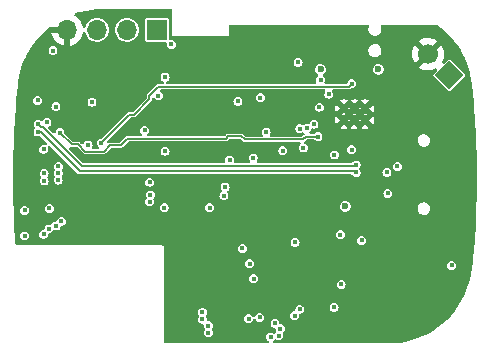
<source format=gbr>
G04 #@! TF.GenerationSoftware,KiCad,Pcbnew,(6.0.0)*
G04 #@! TF.CreationDate,2022-10-31T23:33:13+09:00*
G04 #@! TF.ProjectId,culturit_tx,63756c74-7572-4697-945f-74782e6b6963,rev?*
G04 #@! TF.SameCoordinates,Original*
G04 #@! TF.FileFunction,Copper,L2,Inr*
G04 #@! TF.FilePolarity,Positive*
%FSLAX46Y46*%
G04 Gerber Fmt 4.6, Leading zero omitted, Abs format (unit mm)*
G04 Created by KiCad (PCBNEW (6.0.0)) date 2022-10-31 23:33:13*
%MOMM*%
%LPD*%
G01*
G04 APERTURE LIST*
G04 Aperture macros list*
%AMHorizOval*
0 Thick line with rounded ends*
0 $1 width*
0 $2 $3 position (X,Y) of the first rounded end (center of the circle)*
0 $4 $5 position (X,Y) of the second rounded end (center of the circle)*
0 Add line between two ends*
20,1,$1,$2,$3,$4,$5,0*
0 Add two circle primitives to create the rounded ends*
1,1,$1,$2,$3*
1,1,$1,$4,$5*%
%AMRotRect*
0 Rectangle, with rotation*
0 The origin of the aperture is its center*
0 $1 length*
0 $2 width*
0 $3 Rotation angle, in degrees counterclockwise*
0 Add horizontal line*
21,1,$1,$2,0,0,$3*%
G04 Aperture macros list end*
G04 #@! TA.AperFunction,ComponentPad*
%ADD10C,0.500000*%
G04 #@! TD*
G04 #@! TA.AperFunction,ComponentPad*
%ADD11R,1.700000X1.700000*%
G04 #@! TD*
G04 #@! TA.AperFunction,ComponentPad*
%ADD12O,1.700000X1.700000*%
G04 #@! TD*
G04 #@! TA.AperFunction,ComponentPad*
%ADD13RotRect,1.700000X1.700000X45.000000*%
G04 #@! TD*
G04 #@! TA.AperFunction,ComponentPad*
%ADD14HorizOval,1.700000X0.000000X0.000000X0.000000X0.000000X0*%
G04 #@! TD*
G04 #@! TA.AperFunction,ViaPad*
%ADD15C,0.400000*%
G04 #@! TD*
G04 #@! TA.AperFunction,ViaPad*
%ADD16C,0.600000*%
G04 #@! TD*
G04 #@! TA.AperFunction,Conductor*
%ADD17C,0.127000*%
G04 #@! TD*
G04 #@! TA.AperFunction,Conductor*
%ADD18C,0.200000*%
G04 #@! TD*
G04 APERTURE END LIST*
D10*
X45182500Y-24900000D03*
X44282500Y-24900000D03*
X43382500Y-24900000D03*
X45182500Y-23900000D03*
X44282500Y-23900000D03*
X43382500Y-23900000D03*
D11*
X27550000Y-17250000D03*
D12*
X25010000Y-17250000D03*
X22470000Y-17250000D03*
X19930000Y-17250000D03*
D13*
X52301562Y-21101562D03*
D14*
X50505511Y-19305511D03*
D15*
X32010000Y-32300000D03*
X44150000Y-41750000D03*
X19190000Y-29970000D03*
X17220000Y-35250000D03*
X35740000Y-38320000D03*
X41190000Y-26300000D03*
X38210000Y-27480000D03*
X40847316Y-25233948D03*
X47000000Y-39250000D03*
X49000000Y-43000000D03*
X42550000Y-40750000D03*
X51000000Y-36500000D03*
X46950000Y-37500000D03*
X43150000Y-38800000D03*
X52750000Y-40250000D03*
X36250000Y-43500000D03*
X17950000Y-34550000D03*
X49250000Y-17500000D03*
X52500000Y-19000000D03*
X53750000Y-22500000D03*
X37550000Y-42100000D03*
X43900000Y-34500000D03*
X39200000Y-41450000D03*
X31900000Y-42900000D03*
X38000000Y-42550000D03*
X33500000Y-40220000D03*
X39500000Y-20000000D03*
X17490000Y-25250000D03*
X53750000Y-36500000D03*
X42250000Y-43500000D03*
X41400000Y-21500000D03*
X17750000Y-22500000D03*
X32500000Y-43500000D03*
X40000000Y-17250000D03*
X26750000Y-27250000D03*
X30000000Y-42250000D03*
X23500000Y-31750000D03*
X19000000Y-21250000D03*
X21500000Y-21250000D03*
X21500000Y-16250000D03*
X41750000Y-17250000D03*
X36300000Y-23000000D03*
X28775000Y-18475000D03*
X35500000Y-40250000D03*
X19000000Y-19750000D03*
X23750000Y-27500000D03*
X22250000Y-28000000D03*
X41297011Y-23795087D03*
X27500000Y-35250000D03*
X19250000Y-35250000D03*
X23250000Y-35250000D03*
X36800000Y-25900000D03*
X42100000Y-22700000D03*
X20750000Y-26000000D03*
D16*
X46300000Y-20600000D03*
D15*
X16250000Y-22500000D03*
X26250000Y-16250000D03*
X28500000Y-38750000D03*
X28750000Y-43250000D03*
X18000000Y-18000000D03*
X34250000Y-17500000D03*
X19340000Y-25950000D03*
D16*
X41400000Y-20600000D03*
D15*
X32250000Y-21250000D03*
X25500000Y-27000000D03*
X36500000Y-18000000D03*
X16500000Y-20500000D03*
X20750000Y-30250000D03*
X47750000Y-27750000D03*
X26750000Y-35250000D03*
X24250000Y-35250000D03*
X20750000Y-27500000D03*
X18000000Y-35250000D03*
X21250000Y-35250000D03*
X23500000Y-30250000D03*
X23750000Y-16250000D03*
X44250000Y-19750000D03*
X21500000Y-18250000D03*
X47500000Y-40750000D03*
X45250000Y-36250000D03*
X45500000Y-27750000D03*
X21250000Y-31750000D03*
X30500000Y-21250000D03*
X40250000Y-24250000D03*
X42580000Y-27840000D03*
X42500000Y-19500000D03*
X24250000Y-26500000D03*
X42000000Y-31750000D03*
X35250000Y-32750000D03*
X42750000Y-31500000D03*
X33000000Y-24250000D03*
X18240000Y-25090000D03*
X27680000Y-22840000D03*
X39650000Y-25620000D03*
X22050000Y-23370000D03*
X39940000Y-27250000D03*
X26420000Y-24350000D03*
X44038581Y-27391360D03*
X37000000Y-34000000D03*
X28240000Y-21250000D03*
X44050000Y-21810000D03*
X40240000Y-25600000D03*
X34500000Y-22500000D03*
X25800000Y-23480000D03*
X33920000Y-26700000D03*
X44500000Y-32000000D03*
X28750000Y-23500000D03*
X31750000Y-33250000D03*
X51500000Y-40250000D03*
X30750000Y-24000000D03*
X42500000Y-30000000D03*
X39500000Y-33750000D03*
X26500000Y-21500000D03*
X28750000Y-24250000D03*
X34410000Y-23300000D03*
X28240000Y-27520000D03*
X44250000Y-38000000D03*
X33000000Y-23500000D03*
X31900000Y-42300000D03*
X41210000Y-30110000D03*
X19000000Y-23750000D03*
X33700000Y-28270000D03*
X26500000Y-25750000D03*
X31400000Y-41150000D03*
X37700000Y-40200000D03*
X33320000Y-30550000D03*
X35700000Y-28100000D03*
X48700000Y-22700000D03*
X26940000Y-30150000D03*
X19000000Y-33850000D03*
X31400000Y-41750000D03*
X39250000Y-35250000D03*
X25010000Y-35250000D03*
X26990000Y-31220000D03*
X19450000Y-33450000D03*
X18448192Y-32368209D03*
X37171115Y-43260557D03*
X21720000Y-27000000D03*
X39400000Y-38000000D03*
X39650000Y-40900000D03*
X38700000Y-38500000D03*
X18750000Y-19000000D03*
X16350000Y-34690000D03*
X26940000Y-31810000D03*
X41250000Y-35500000D03*
X47800000Y-24500000D03*
X35310000Y-41690000D03*
X16350000Y-32540000D03*
X19200000Y-28790000D03*
X18000000Y-30050000D03*
X35400000Y-37040000D03*
X18400000Y-34100000D03*
X18000000Y-29400000D03*
X41100000Y-41400000D03*
X19195072Y-29381016D03*
X37850000Y-43150000D03*
X28164263Y-32299701D03*
X33220000Y-31300000D03*
X34790000Y-35750000D03*
X36250000Y-41600000D03*
X17950000Y-27350000D03*
X22830000Y-26840000D03*
X43080000Y-34580000D03*
X37510000Y-30740000D03*
X37500000Y-36750000D03*
X45500000Y-34500000D03*
X36750000Y-35000000D03*
X47026781Y-29326070D03*
D16*
X43500000Y-32200000D03*
D15*
X17480000Y-25900000D03*
X52500000Y-37200000D03*
X44420541Y-29325000D03*
X16320000Y-23120000D03*
X38750000Y-36000000D03*
X44420541Y-28675000D03*
X47100000Y-31100000D03*
X47900000Y-33300000D03*
X45400000Y-32000000D03*
X47900000Y-28800000D03*
X17440000Y-23230000D03*
X37500000Y-38250000D03*
X44890000Y-35080000D03*
X44250000Y-40750000D03*
D17*
X21490000Y-27560000D02*
X23040000Y-27560000D01*
X20340000Y-26950000D02*
X20880000Y-26950000D01*
X19340000Y-25950000D02*
X20340000Y-26950000D01*
X24480000Y-27030000D02*
X25050000Y-26460000D01*
X23040000Y-27560000D02*
X23570000Y-27030000D01*
X34990000Y-26530000D02*
X39920000Y-26530000D01*
X25050000Y-26460000D02*
X33390000Y-26460000D01*
X23570000Y-27030000D02*
X24480000Y-27030000D01*
X33390000Y-26460000D02*
X33600000Y-26250000D01*
X20880000Y-26950000D02*
X21490000Y-27560000D01*
X40150000Y-26300000D02*
X41190000Y-26300000D01*
X33600000Y-26250000D02*
X34710000Y-26250000D01*
X34710000Y-26250000D02*
X34990000Y-26530000D01*
X39920000Y-26530000D02*
X40150000Y-26300000D01*
X22830000Y-26840000D02*
X25220000Y-24450000D01*
X27680000Y-22050000D02*
X43810000Y-22050000D01*
X25600000Y-24450000D02*
X26920000Y-23130000D01*
X26920000Y-22810000D02*
X27680000Y-22050000D01*
X43810000Y-22050000D02*
X44050000Y-21810000D01*
X26920000Y-23130000D02*
X26920000Y-22810000D01*
X25220000Y-24450000D02*
X25600000Y-24450000D01*
D18*
X21006801Y-29225001D02*
X44320542Y-29225001D01*
X17709657Y-25927857D02*
X21006801Y-29225001D01*
X17507857Y-25927857D02*
X17709657Y-25927857D01*
X44320542Y-29225001D02*
X44420541Y-29325000D01*
X17480000Y-25900000D02*
X17507857Y-25927857D01*
X17896055Y-25477855D02*
X21193199Y-28774999D01*
X17490000Y-25250000D02*
X17717855Y-25477855D01*
X21193199Y-28774999D02*
X44320542Y-28774999D01*
X44320542Y-28774999D02*
X44420541Y-28675000D01*
X17717855Y-25477855D02*
X17896055Y-25477855D01*
G04 #@! TA.AperFunction,Conductor*
G36*
X28789721Y-15522402D02*
G01*
X28836214Y-15576058D01*
X28847600Y-15628400D01*
X28847600Y-17613351D01*
X28846518Y-17621569D01*
X28846518Y-17633976D01*
X28842224Y-17650001D01*
X28847600Y-17670064D01*
X28863362Y-17728889D01*
X28921112Y-17786639D01*
X28937132Y-17790932D01*
X28937133Y-17790932D01*
X28983977Y-17803484D01*
X28983978Y-17803484D01*
X29000000Y-17807777D01*
X29016024Y-17803483D01*
X29028432Y-17803483D01*
X29036650Y-17802401D01*
X33463350Y-17802401D01*
X33471568Y-17803483D01*
X33483975Y-17803483D01*
X33500000Y-17807777D01*
X33516025Y-17803483D01*
X33516026Y-17803483D01*
X33520064Y-17802401D01*
X33544296Y-17795908D01*
X33562866Y-17790932D01*
X33578888Y-17786639D01*
X33636638Y-17728889D01*
X33652400Y-17670064D01*
X33657776Y-17650001D01*
X33653482Y-17633976D01*
X33653482Y-17621569D01*
X33652400Y-17613351D01*
X33652400Y-16928401D01*
X33672402Y-16860280D01*
X33726058Y-16813787D01*
X33778400Y-16802401D01*
X45375336Y-16802401D01*
X45443457Y-16822403D01*
X45489950Y-16876059D01*
X45500054Y-16946333D01*
X45493887Y-16971082D01*
X45466066Y-17048358D01*
X45453307Y-17083797D01*
X45452679Y-17092354D01*
X45452678Y-17092357D01*
X45446722Y-17173470D01*
X45442197Y-17235094D01*
X45472182Y-17383806D01*
X45476081Y-17391458D01*
X45537156Y-17511324D01*
X45537158Y-17511327D01*
X45541055Y-17518975D01*
X45546868Y-17525297D01*
X45546869Y-17525298D01*
X45563065Y-17542911D01*
X45643740Y-17630644D01*
X45651043Y-17635172D01*
X45651044Y-17635173D01*
X45707314Y-17670062D01*
X45772672Y-17710586D01*
X45780919Y-17712982D01*
X45912015Y-17751069D01*
X45912018Y-17751070D01*
X45918353Y-17752910D01*
X45925794Y-17753456D01*
X45926805Y-17753531D01*
X45926813Y-17753531D01*
X45929110Y-17753700D01*
X46038004Y-17753700D01*
X46042249Y-17753118D01*
X46042256Y-17753118D01*
X46103309Y-17744754D01*
X46150301Y-17738317D01*
X46208847Y-17712982D01*
X46281644Y-17681480D01*
X46281646Y-17681479D01*
X46289528Y-17678068D01*
X46407425Y-17582597D01*
X46412401Y-17575595D01*
X46412403Y-17575593D01*
X46490329Y-17465940D01*
X46490330Y-17465938D01*
X46495304Y-17458939D01*
X46502418Y-17439181D01*
X46543785Y-17324279D01*
X46546693Y-17316203D01*
X46551555Y-17250000D01*
X46557174Y-17173470D01*
X46557803Y-17164906D01*
X46527818Y-17016194D01*
X46512232Y-16985605D01*
X46499127Y-16915829D01*
X46525826Y-16850044D01*
X46583853Y-16809137D01*
X46624498Y-16802401D01*
X51199795Y-16802401D01*
X51267916Y-16822403D01*
X51275219Y-16827469D01*
X51610757Y-17078208D01*
X51617770Y-17083850D01*
X51838278Y-17274614D01*
X51886352Y-17316203D01*
X51997106Y-17412018D01*
X52003694Y-17418142D01*
X52358652Y-17772573D01*
X52364770Y-17779136D01*
X52612915Y-18065110D01*
X52693499Y-18157979D01*
X52699152Y-18164983D01*
X53000017Y-18566354D01*
X53005141Y-18573725D01*
X53276573Y-18995533D01*
X53281167Y-19003265D01*
X53484628Y-19375398D01*
X53521794Y-19443375D01*
X53525826Y-19451420D01*
X53719175Y-19874248D01*
X53734417Y-19907581D01*
X53737863Y-19915891D01*
X53772934Y-20009793D01*
X53913356Y-20385776D01*
X53916202Y-20394315D01*
X53957935Y-20536240D01*
X54056560Y-20871642D01*
X54057703Y-20875530D01*
X54059930Y-20884242D01*
X54094283Y-21041903D01*
X54166717Y-21374339D01*
X54168318Y-21383197D01*
X54178614Y-21454661D01*
X54235729Y-21851096D01*
X54235873Y-21852097D01*
X54236437Y-21856581D01*
X54237669Y-21868026D01*
X54235095Y-21884267D01*
X54235174Y-21884472D01*
X54235140Y-21884690D01*
X54241112Y-21900125D01*
X54242722Y-21915350D01*
X54243937Y-21920495D01*
X54380093Y-23353456D01*
X54380305Y-23355948D01*
X54427637Y-23986867D01*
X54483988Y-24738003D01*
X54490661Y-24826957D01*
X54490821Y-24829426D01*
X54571867Y-26300763D01*
X54571952Y-26302314D01*
X54572063Y-26304773D01*
X54599799Y-27093008D01*
X54623939Y-27779042D01*
X54624002Y-27781543D01*
X54646600Y-29256458D01*
X54646614Y-29258959D01*
X54643029Y-30050000D01*
X54640278Y-30657128D01*
X54639929Y-30734084D01*
X54639893Y-30736556D01*
X54623453Y-31410598D01*
X54603923Y-32211286D01*
X54603837Y-32213786D01*
X54538600Y-33687484D01*
X54538464Y-33689982D01*
X54443987Y-35162046D01*
X54443802Y-35164541D01*
X54323079Y-36599274D01*
X54321832Y-36604858D01*
X54320438Y-36619664D01*
X54314662Y-36635212D01*
X54317434Y-36651565D01*
X54316092Y-36665814D01*
X54316301Y-36672092D01*
X54285159Y-36977607D01*
X54244194Y-37379482D01*
X54242606Y-37386106D01*
X54241125Y-37399843D01*
X54235140Y-37415312D01*
X54237691Y-37431700D01*
X54236312Y-37444491D01*
X54235766Y-37448843D01*
X54170529Y-37904507D01*
X54168983Y-37913149D01*
X54066097Y-38391422D01*
X54063953Y-38399935D01*
X53928013Y-38869889D01*
X53925281Y-38878232D01*
X53756949Y-39337571D01*
X53753643Y-39345703D01*
X53553740Y-39792201D01*
X53549876Y-39800084D01*
X53319361Y-40231589D01*
X53314957Y-40239184D01*
X53054955Y-40653591D01*
X53050033Y-40660860D01*
X52761812Y-41056149D01*
X52756396Y-41063058D01*
X52441347Y-41437324D01*
X52435463Y-41443839D01*
X52325744Y-41557128D01*
X52098843Y-41791413D01*
X52095117Y-41795260D01*
X52088800Y-41801343D01*
X51745269Y-42109840D01*
X51724813Y-42128210D01*
X51718084Y-42133842D01*
X51701447Y-42146809D01*
X51332210Y-42434579D01*
X51325102Y-42439731D01*
X50919236Y-42712861D01*
X50911786Y-42717506D01*
X50487876Y-42961718D01*
X50480121Y-42965832D01*
X50040258Y-43179922D01*
X50032236Y-43183487D01*
X49865389Y-43250764D01*
X49578491Y-43366448D01*
X49570265Y-43369435D01*
X49289155Y-43460598D01*
X49104912Y-43520347D01*
X49096472Y-43522763D01*
X49073990Y-43528358D01*
X48621730Y-43640908D01*
X48613151Y-43642728D01*
X48521632Y-43658836D01*
X48131328Y-43727531D01*
X48122634Y-43728750D01*
X47929445Y-43749018D01*
X47636101Y-43779794D01*
X47627361Y-43780404D01*
X47236489Y-43794029D01*
X47167249Y-43796443D01*
X47162862Y-43796519D01*
X47150061Y-43796519D01*
X47134037Y-43792226D01*
X47118013Y-43796520D01*
X47105605Y-43796520D01*
X47097387Y-43797602D01*
X37460786Y-43797602D01*
X37392665Y-43777600D01*
X37346172Y-43723944D01*
X37336068Y-43653670D01*
X37365562Y-43589090D01*
X37385633Y-43570668D01*
X37393508Y-43566655D01*
X37477213Y-43482950D01*
X37479029Y-43484766D01*
X37523762Y-43450273D01*
X37594499Y-43444199D01*
X37626505Y-43458262D01*
X37627607Y-43456098D01*
X37733081Y-43509840D01*
X37742870Y-43511390D01*
X37742872Y-43511391D01*
X37840207Y-43526807D01*
X37850000Y-43528358D01*
X37859793Y-43526807D01*
X37957128Y-43511391D01*
X37957130Y-43511390D01*
X37966919Y-43509840D01*
X38072393Y-43456098D01*
X38156098Y-43372393D01*
X38209840Y-43266919D01*
X38220584Y-43199087D01*
X38226807Y-43159793D01*
X38228358Y-43150000D01*
X38222587Y-43113560D01*
X38211391Y-43042872D01*
X38211390Y-43042870D01*
X38209840Y-43033081D01*
X38195561Y-43005056D01*
X38182456Y-42935281D01*
X38209155Y-42869496D01*
X38222758Y-42856463D01*
X38222393Y-42856098D01*
X38306098Y-42772393D01*
X38359840Y-42666919D01*
X38378358Y-42550000D01*
X38367011Y-42478358D01*
X38361391Y-42442872D01*
X38361390Y-42442870D01*
X38359840Y-42433081D01*
X38306098Y-42327607D01*
X38222393Y-42243902D01*
X38116919Y-42190160D01*
X38107130Y-42188610D01*
X38107128Y-42188609D01*
X38028571Y-42176167D01*
X37964418Y-42145754D01*
X37926891Y-42085486D01*
X37923833Y-42071429D01*
X37911391Y-41992872D01*
X37911390Y-41992870D01*
X37909840Y-41983081D01*
X37856098Y-41877607D01*
X37772393Y-41793902D01*
X37666919Y-41740160D01*
X37657130Y-41738610D01*
X37657128Y-41738609D01*
X37559793Y-41723193D01*
X37550000Y-41721642D01*
X37540207Y-41723193D01*
X37442872Y-41738609D01*
X37442870Y-41738610D01*
X37433081Y-41740160D01*
X37327607Y-41793902D01*
X37243902Y-41877607D01*
X37190160Y-41983081D01*
X37188610Y-41992870D01*
X37188609Y-41992872D01*
X37176299Y-42070596D01*
X37171642Y-42100000D01*
X37173193Y-42109793D01*
X37186635Y-42194661D01*
X37190160Y-42216919D01*
X37243902Y-42322393D01*
X37327607Y-42406098D01*
X37433081Y-42459840D01*
X37442870Y-42461390D01*
X37442872Y-42461391D01*
X37521429Y-42473833D01*
X37585582Y-42504246D01*
X37623109Y-42564514D01*
X37626167Y-42578571D01*
X37640160Y-42666919D01*
X37644660Y-42675750D01*
X37644660Y-42675751D01*
X37654439Y-42694942D01*
X37667544Y-42764719D01*
X37640845Y-42830504D01*
X37627242Y-42843537D01*
X37627607Y-42843902D01*
X37543902Y-42927607D01*
X37542086Y-42925791D01*
X37497353Y-42960284D01*
X37426616Y-42966358D01*
X37394610Y-42952295D01*
X37393508Y-42954459D01*
X37288034Y-42900717D01*
X37278245Y-42899167D01*
X37278243Y-42899166D01*
X37180908Y-42883750D01*
X37171115Y-42882199D01*
X37161322Y-42883750D01*
X37063987Y-42899166D01*
X37063985Y-42899167D01*
X37054196Y-42900717D01*
X36948722Y-42954459D01*
X36865017Y-43038164D01*
X36811275Y-43143638D01*
X36809725Y-43153427D01*
X36809724Y-43153429D01*
X36802493Y-43199087D01*
X36792757Y-43260557D01*
X36794308Y-43270350D01*
X36809528Y-43366443D01*
X36811275Y-43377476D01*
X36865017Y-43482950D01*
X36948722Y-43566655D01*
X36956073Y-43570400D01*
X36998860Y-43625892D01*
X37004934Y-43696628D01*
X36971800Y-43759419D01*
X36909979Y-43794328D01*
X36881444Y-43797602D01*
X28278400Y-43797602D01*
X28210279Y-43777600D01*
X28163786Y-43723944D01*
X28152400Y-43671602D01*
X28152400Y-41750000D01*
X31021642Y-41750000D01*
X31023193Y-41759791D01*
X31023193Y-41759793D01*
X31037407Y-41849535D01*
X31040160Y-41866919D01*
X31093902Y-41972393D01*
X31177607Y-42056098D01*
X31283081Y-42109840D01*
X31292870Y-42111390D01*
X31292872Y-42111391D01*
X31390207Y-42126807D01*
X31400000Y-42128358D01*
X31404436Y-42127655D01*
X31469667Y-42146809D01*
X31516160Y-42200465D01*
X31525995Y-42272517D01*
X31521642Y-42300000D01*
X31523193Y-42309793D01*
X31537336Y-42399087D01*
X31540160Y-42416919D01*
X31568377Y-42472298D01*
X31584656Y-42504246D01*
X31593902Y-42522393D01*
X31598921Y-42527412D01*
X31622254Y-42592804D01*
X31606175Y-42661956D01*
X31600101Y-42671408D01*
X31593902Y-42677607D01*
X31540160Y-42783081D01*
X31538610Y-42792870D01*
X31538609Y-42792872D01*
X31526473Y-42869496D01*
X31521642Y-42900000D01*
X31523193Y-42909793D01*
X31531764Y-42963906D01*
X31540160Y-43016919D01*
X31593902Y-43122393D01*
X31677607Y-43206098D01*
X31783081Y-43259840D01*
X31792870Y-43261390D01*
X31792872Y-43261391D01*
X31890207Y-43276807D01*
X31900000Y-43278358D01*
X31909793Y-43276807D01*
X32007128Y-43261391D01*
X32007130Y-43261390D01*
X32016919Y-43259840D01*
X32122393Y-43206098D01*
X32206098Y-43122393D01*
X32259840Y-43016919D01*
X32268237Y-42963906D01*
X32276807Y-42909793D01*
X32278358Y-42900000D01*
X32273527Y-42869496D01*
X32261391Y-42792872D01*
X32261390Y-42792870D01*
X32259840Y-42783081D01*
X32206098Y-42677607D01*
X32201079Y-42672588D01*
X32177746Y-42607196D01*
X32193825Y-42538044D01*
X32199899Y-42528592D01*
X32206098Y-42522393D01*
X32215345Y-42504246D01*
X32231623Y-42472298D01*
X32259840Y-42416919D01*
X32262665Y-42399087D01*
X32276807Y-42309793D01*
X32278358Y-42300000D01*
X32276807Y-42290207D01*
X32261391Y-42192872D01*
X32261390Y-42192870D01*
X32259840Y-42183081D01*
X32206098Y-42077607D01*
X32122393Y-41993902D01*
X32016919Y-41940160D01*
X32007130Y-41938610D01*
X32007128Y-41938609D01*
X31909793Y-41923193D01*
X31900000Y-41921642D01*
X31895564Y-41922345D01*
X31830333Y-41903191D01*
X31783840Y-41849535D01*
X31774005Y-41777481D01*
X31776807Y-41759791D01*
X31778358Y-41750000D01*
X31768855Y-41690000D01*
X34931642Y-41690000D01*
X34933193Y-41699793D01*
X34947386Y-41789402D01*
X34950160Y-41806919D01*
X35003902Y-41912393D01*
X35087607Y-41996098D01*
X35193081Y-42049840D01*
X35202870Y-42051390D01*
X35202872Y-42051391D01*
X35300207Y-42066807D01*
X35310000Y-42068358D01*
X35319793Y-42066807D01*
X35417128Y-42051391D01*
X35417130Y-42051390D01*
X35426919Y-42049840D01*
X35532393Y-41996098D01*
X35616098Y-41912393D01*
X35669840Y-41806919D01*
X35672296Y-41791413D01*
X35702706Y-41727259D01*
X35762974Y-41689731D01*
X35833963Y-41690743D01*
X35893136Y-41729974D01*
X35909012Y-41753918D01*
X35943902Y-41822393D01*
X36027607Y-41906098D01*
X36133081Y-41959840D01*
X36142870Y-41961390D01*
X36142872Y-41961391D01*
X36240207Y-41976807D01*
X36250000Y-41978358D01*
X36259793Y-41976807D01*
X36357128Y-41961391D01*
X36357130Y-41961390D01*
X36366919Y-41959840D01*
X36472393Y-41906098D01*
X36556098Y-41822393D01*
X36609840Y-41716919D01*
X36612553Y-41699793D01*
X36626807Y-41609793D01*
X36628358Y-41600000D01*
X36624518Y-41575752D01*
X36611391Y-41492872D01*
X36611390Y-41492870D01*
X36609840Y-41483081D01*
X36592984Y-41450000D01*
X38821642Y-41450000D01*
X38823193Y-41459793D01*
X38833934Y-41527607D01*
X38840160Y-41566919D01*
X38893902Y-41672393D01*
X38977607Y-41756098D01*
X39083081Y-41809840D01*
X39092870Y-41811390D01*
X39092872Y-41811391D01*
X39190207Y-41826807D01*
X39200000Y-41828358D01*
X39209793Y-41826807D01*
X39307128Y-41811391D01*
X39307130Y-41811390D01*
X39316919Y-41809840D01*
X39422393Y-41756098D01*
X39506098Y-41672393D01*
X39559840Y-41566919D01*
X39566067Y-41527607D01*
X39576807Y-41459793D01*
X39578358Y-41450000D01*
X39576807Y-41440206D01*
X39573302Y-41418076D01*
X39582402Y-41347665D01*
X39628124Y-41293351D01*
X39678040Y-41273917D01*
X39757128Y-41261391D01*
X39757130Y-41261390D01*
X39766919Y-41259840D01*
X39872393Y-41206098D01*
X39956098Y-41122393D01*
X40009840Y-41016919D01*
X40028358Y-40900000D01*
X40021568Y-40857128D01*
X40011391Y-40792872D01*
X40011390Y-40792870D01*
X40009840Y-40783081D01*
X39992984Y-40750000D01*
X42171642Y-40750000D01*
X42173193Y-40759793D01*
X42178716Y-40794661D01*
X42190160Y-40866919D01*
X42243902Y-40972393D01*
X42327607Y-41056098D01*
X42433081Y-41109840D01*
X42442870Y-41111390D01*
X42442872Y-41111391D01*
X42540207Y-41126807D01*
X42550000Y-41128358D01*
X42559793Y-41126807D01*
X42657128Y-41111391D01*
X42657130Y-41111390D01*
X42666919Y-41109840D01*
X42772393Y-41056098D01*
X42856098Y-40972393D01*
X42909840Y-40866919D01*
X42921285Y-40794661D01*
X42926807Y-40759793D01*
X42928358Y-40750000D01*
X42913677Y-40657308D01*
X42911391Y-40642872D01*
X42911390Y-40642870D01*
X42909840Y-40633081D01*
X42856098Y-40527607D01*
X42772393Y-40443902D01*
X42666919Y-40390160D01*
X42657130Y-40388610D01*
X42657128Y-40388609D01*
X42559793Y-40373193D01*
X42550000Y-40371642D01*
X42540207Y-40373193D01*
X42442872Y-40388609D01*
X42442870Y-40388610D01*
X42433081Y-40390160D01*
X42327607Y-40443902D01*
X42243902Y-40527607D01*
X42190160Y-40633081D01*
X42188610Y-40642870D01*
X42188609Y-40642872D01*
X42186323Y-40657308D01*
X42171642Y-40750000D01*
X39992984Y-40750000D01*
X39956098Y-40677607D01*
X39872393Y-40593902D01*
X39766919Y-40540160D01*
X39757130Y-40538610D01*
X39757128Y-40538609D01*
X39659793Y-40523193D01*
X39650000Y-40521642D01*
X39640207Y-40523193D01*
X39542872Y-40538609D01*
X39542870Y-40538610D01*
X39533081Y-40540160D01*
X39427607Y-40593902D01*
X39343902Y-40677607D01*
X39290160Y-40783081D01*
X39288610Y-40792870D01*
X39288609Y-40792872D01*
X39278432Y-40857128D01*
X39271642Y-40900000D01*
X39273193Y-40909793D01*
X39273193Y-40909794D01*
X39276698Y-40931924D01*
X39267598Y-41002335D01*
X39221876Y-41056649D01*
X39171960Y-41076083D01*
X39092872Y-41088609D01*
X39092870Y-41088610D01*
X39083081Y-41090160D01*
X38977607Y-41143902D01*
X38893902Y-41227607D01*
X38840160Y-41333081D01*
X38838610Y-41342870D01*
X38838609Y-41342872D01*
X38832111Y-41383902D01*
X38821642Y-41450000D01*
X36592984Y-41450000D01*
X36556098Y-41377607D01*
X36472393Y-41293902D01*
X36366919Y-41240160D01*
X36357130Y-41238610D01*
X36357128Y-41238609D01*
X36259793Y-41223193D01*
X36250000Y-41221642D01*
X36240207Y-41223193D01*
X36142872Y-41238609D01*
X36142870Y-41238610D01*
X36133081Y-41240160D01*
X36027607Y-41293902D01*
X35943902Y-41377607D01*
X35890160Y-41483081D01*
X35888609Y-41492874D01*
X35887704Y-41498587D01*
X35857294Y-41562741D01*
X35797026Y-41600269D01*
X35726037Y-41599257D01*
X35666864Y-41560026D01*
X35650988Y-41536082D01*
X35623982Y-41483081D01*
X35616098Y-41467607D01*
X35532393Y-41383902D01*
X35426919Y-41330160D01*
X35417130Y-41328610D01*
X35417128Y-41328609D01*
X35319793Y-41313193D01*
X35310000Y-41311642D01*
X35300207Y-41313193D01*
X35202872Y-41328609D01*
X35202870Y-41328610D01*
X35193081Y-41330160D01*
X35087607Y-41383902D01*
X35003902Y-41467607D01*
X34950160Y-41573081D01*
X34948610Y-41582870D01*
X34948609Y-41582872D01*
X34946014Y-41599257D01*
X34931642Y-41690000D01*
X31768855Y-41690000D01*
X31761391Y-41642872D01*
X31761390Y-41642870D01*
X31759840Y-41633081D01*
X31724000Y-41562741D01*
X31710601Y-41536444D01*
X31710600Y-41536443D01*
X31706098Y-41527607D01*
X31701079Y-41522588D01*
X31677746Y-41457196D01*
X31693825Y-41388044D01*
X31699899Y-41378592D01*
X31706098Y-41372393D01*
X31759840Y-41266919D01*
X31763366Y-41244661D01*
X31776807Y-41159793D01*
X31778358Y-41150000D01*
X31776807Y-41140207D01*
X31761391Y-41042872D01*
X31761390Y-41042870D01*
X31759840Y-41033081D01*
X31706098Y-40927607D01*
X31622393Y-40843902D01*
X31516919Y-40790160D01*
X31507130Y-40788610D01*
X31507128Y-40788609D01*
X31409793Y-40773193D01*
X31400000Y-40771642D01*
X31390207Y-40773193D01*
X31292872Y-40788609D01*
X31292870Y-40788610D01*
X31283081Y-40790160D01*
X31177607Y-40843902D01*
X31093902Y-40927607D01*
X31040160Y-41033081D01*
X31038610Y-41042870D01*
X31038609Y-41042872D01*
X31023193Y-41140207D01*
X31021642Y-41150000D01*
X31023193Y-41159793D01*
X31036635Y-41244661D01*
X31040160Y-41266919D01*
X31093902Y-41372393D01*
X31098921Y-41377412D01*
X31122254Y-41442804D01*
X31106175Y-41511956D01*
X31100101Y-41521408D01*
X31093902Y-41527607D01*
X31089400Y-41536443D01*
X31089399Y-41536444D01*
X31076000Y-41562741D01*
X31040160Y-41633081D01*
X31038610Y-41642870D01*
X31038609Y-41642872D01*
X31031145Y-41690000D01*
X31021642Y-41750000D01*
X28152400Y-41750000D01*
X28152400Y-38800000D01*
X42771642Y-38800000D01*
X42773193Y-38809793D01*
X42784033Y-38878232D01*
X42790160Y-38916919D01*
X42843902Y-39022393D01*
X42927607Y-39106098D01*
X43033081Y-39159840D01*
X43042870Y-39161390D01*
X43042872Y-39161391D01*
X43140207Y-39176807D01*
X43150000Y-39178358D01*
X43159793Y-39176807D01*
X43257128Y-39161391D01*
X43257130Y-39161390D01*
X43266919Y-39159840D01*
X43372393Y-39106098D01*
X43456098Y-39022393D01*
X43509840Y-38916919D01*
X43515968Y-38878232D01*
X43526807Y-38809793D01*
X43528358Y-38800000D01*
X43509840Y-38683081D01*
X43456098Y-38577607D01*
X43372393Y-38493902D01*
X43266919Y-38440160D01*
X43257130Y-38438610D01*
X43257128Y-38438609D01*
X43159793Y-38423193D01*
X43150000Y-38421642D01*
X43140207Y-38423193D01*
X43042872Y-38438609D01*
X43042870Y-38438610D01*
X43033081Y-38440160D01*
X42927607Y-38493902D01*
X42843902Y-38577607D01*
X42790160Y-38683081D01*
X42771642Y-38800000D01*
X28152400Y-38800000D01*
X28152400Y-38320000D01*
X35361642Y-38320000D01*
X35380160Y-38436919D01*
X35433902Y-38542393D01*
X35517607Y-38626098D01*
X35623081Y-38679840D01*
X35632870Y-38681390D01*
X35632872Y-38681391D01*
X35730207Y-38696807D01*
X35740000Y-38698358D01*
X35749793Y-38696807D01*
X35847128Y-38681391D01*
X35847130Y-38681390D01*
X35856919Y-38679840D01*
X35962393Y-38626098D01*
X36046098Y-38542393D01*
X36099840Y-38436919D01*
X36118358Y-38320000D01*
X36099840Y-38203081D01*
X36046098Y-38097607D01*
X35962393Y-38013902D01*
X35856919Y-37960160D01*
X35847130Y-37958610D01*
X35847128Y-37958609D01*
X35749793Y-37943193D01*
X35740000Y-37941642D01*
X35730207Y-37943193D01*
X35632872Y-37958609D01*
X35632870Y-37958610D01*
X35623081Y-37960160D01*
X35517607Y-38013902D01*
X35433902Y-38097607D01*
X35380160Y-38203081D01*
X35361642Y-38320000D01*
X28152400Y-38320000D01*
X28152400Y-37040000D01*
X35021642Y-37040000D01*
X35040160Y-37156919D01*
X35093902Y-37262393D01*
X35177607Y-37346098D01*
X35283081Y-37399840D01*
X35292870Y-37401390D01*
X35292872Y-37401391D01*
X35390207Y-37416807D01*
X35400000Y-37418358D01*
X35409793Y-37416807D01*
X35507128Y-37401391D01*
X35507130Y-37401390D01*
X35516919Y-37399840D01*
X35622393Y-37346098D01*
X35706098Y-37262393D01*
X35737889Y-37200000D01*
X52121642Y-37200000D01*
X52140160Y-37316919D01*
X52193902Y-37422393D01*
X52277607Y-37506098D01*
X52383081Y-37559840D01*
X52392870Y-37561390D01*
X52392872Y-37561391D01*
X52490207Y-37576807D01*
X52500000Y-37578358D01*
X52509793Y-37576807D01*
X52607128Y-37561391D01*
X52607130Y-37561390D01*
X52616919Y-37559840D01*
X52722393Y-37506098D01*
X52806098Y-37422393D01*
X52859840Y-37316919D01*
X52878358Y-37200000D01*
X52859840Y-37083081D01*
X52806098Y-36977607D01*
X52722393Y-36893902D01*
X52616919Y-36840160D01*
X52607130Y-36838610D01*
X52607128Y-36838609D01*
X52509793Y-36823193D01*
X52500000Y-36821642D01*
X52490207Y-36823193D01*
X52392872Y-36838609D01*
X52392870Y-36838610D01*
X52383081Y-36840160D01*
X52277607Y-36893902D01*
X52193902Y-36977607D01*
X52140160Y-37083081D01*
X52121642Y-37200000D01*
X35737889Y-37200000D01*
X35759840Y-37156919D01*
X35778358Y-37040000D01*
X35759840Y-36923081D01*
X35706098Y-36817607D01*
X35622393Y-36733902D01*
X35516919Y-36680160D01*
X35507130Y-36678610D01*
X35507128Y-36678609D01*
X35409793Y-36663193D01*
X35400000Y-36661642D01*
X35390207Y-36663193D01*
X35292872Y-36678609D01*
X35292870Y-36678610D01*
X35283081Y-36680160D01*
X35177607Y-36733902D01*
X35093902Y-36817607D01*
X35040160Y-36923081D01*
X35021642Y-37040000D01*
X28152400Y-37040000D01*
X28152400Y-35750000D01*
X34411642Y-35750000D01*
X34413193Y-35759793D01*
X34420713Y-35807270D01*
X34430160Y-35866919D01*
X34483902Y-35972393D01*
X34567607Y-36056098D01*
X34673081Y-36109840D01*
X34682870Y-36111390D01*
X34682872Y-36111391D01*
X34780207Y-36126807D01*
X34790000Y-36128358D01*
X34799793Y-36126807D01*
X34897128Y-36111391D01*
X34897130Y-36111390D01*
X34906919Y-36109840D01*
X35012393Y-36056098D01*
X35096098Y-35972393D01*
X35149840Y-35866919D01*
X35159288Y-35807270D01*
X35166807Y-35759793D01*
X35168358Y-35750000D01*
X35166807Y-35740207D01*
X35151391Y-35642872D01*
X35151390Y-35642870D01*
X35149840Y-35633081D01*
X35096098Y-35527607D01*
X35012393Y-35443902D01*
X34906919Y-35390160D01*
X34897130Y-35388610D01*
X34897128Y-35388609D01*
X34799793Y-35373193D01*
X34790000Y-35371642D01*
X34780207Y-35373193D01*
X34682872Y-35388609D01*
X34682870Y-35388610D01*
X34673081Y-35390160D01*
X34567607Y-35443902D01*
X34483902Y-35527607D01*
X34430160Y-35633081D01*
X34428610Y-35642870D01*
X34428609Y-35642872D01*
X34413193Y-35740207D01*
X34411642Y-35750000D01*
X28152400Y-35750000D01*
X28152400Y-35686651D01*
X28153482Y-35678433D01*
X28153482Y-35666025D01*
X28157776Y-35650001D01*
X28153243Y-35633081D01*
X28140931Y-35587134D01*
X28140931Y-35587133D01*
X28136638Y-35571113D01*
X28078888Y-35513363D01*
X28062868Y-35509070D01*
X28062867Y-35509070D01*
X28020070Y-35497603D01*
X28020063Y-35497601D01*
X28000000Y-35492225D01*
X27983975Y-35496519D01*
X27971568Y-35496519D01*
X27963350Y-35497601D01*
X15699049Y-35497601D01*
X15630928Y-35477599D01*
X15584435Y-35423943D01*
X15573357Y-35380403D01*
X15564225Y-35250000D01*
X38871642Y-35250000D01*
X38873193Y-35259793D01*
X38881051Y-35309404D01*
X38890160Y-35366919D01*
X38943902Y-35472393D01*
X39027607Y-35556098D01*
X39133081Y-35609840D01*
X39142870Y-35611390D01*
X39142872Y-35611391D01*
X39240207Y-35626807D01*
X39250000Y-35628358D01*
X39259793Y-35626807D01*
X39357128Y-35611391D01*
X39357130Y-35611390D01*
X39366919Y-35609840D01*
X39472393Y-35556098D01*
X39556098Y-35472393D01*
X39609840Y-35366919D01*
X39618950Y-35309404D01*
X39626807Y-35259793D01*
X39628358Y-35250000D01*
X39614823Y-35164541D01*
X39611391Y-35142872D01*
X39611390Y-35142870D01*
X39609840Y-35133081D01*
X39582794Y-35080000D01*
X44511642Y-35080000D01*
X44513193Y-35089793D01*
X44524835Y-35163295D01*
X44530160Y-35196919D01*
X44583902Y-35302393D01*
X44667607Y-35386098D01*
X44773081Y-35439840D01*
X44782870Y-35441390D01*
X44782872Y-35441391D01*
X44880207Y-35456807D01*
X44890000Y-35458358D01*
X44899793Y-35456807D01*
X44997128Y-35441391D01*
X44997130Y-35441390D01*
X45006919Y-35439840D01*
X45112393Y-35386098D01*
X45196098Y-35302393D01*
X45249840Y-35196919D01*
X45255166Y-35163295D01*
X45266807Y-35089793D01*
X45268358Y-35080000D01*
X45266514Y-35068358D01*
X45251391Y-34972872D01*
X45251390Y-34972870D01*
X45249840Y-34963081D01*
X45196098Y-34857607D01*
X45112393Y-34773902D01*
X45006919Y-34720160D01*
X44997130Y-34718610D01*
X44997128Y-34718609D01*
X44899793Y-34703193D01*
X44890000Y-34701642D01*
X44880207Y-34703193D01*
X44782872Y-34718609D01*
X44782870Y-34718610D01*
X44773081Y-34720160D01*
X44667607Y-34773902D01*
X44583902Y-34857607D01*
X44530160Y-34963081D01*
X44528610Y-34972870D01*
X44528609Y-34972872D01*
X44513486Y-35068358D01*
X44511642Y-35080000D01*
X39582794Y-35080000D01*
X39556098Y-35027607D01*
X39472393Y-34943902D01*
X39366919Y-34890160D01*
X39357130Y-34888610D01*
X39357128Y-34888609D01*
X39259793Y-34873193D01*
X39250000Y-34871642D01*
X39240207Y-34873193D01*
X39142872Y-34888609D01*
X39142870Y-34888610D01*
X39133081Y-34890160D01*
X39027607Y-34943902D01*
X38943902Y-35027607D01*
X38890160Y-35133081D01*
X38888610Y-35142870D01*
X38888609Y-35142872D01*
X38885177Y-35164541D01*
X38871642Y-35250000D01*
X15564225Y-35250000D01*
X15525011Y-34690000D01*
X15971642Y-34690000D01*
X15973193Y-34699793D01*
X15984931Y-34773902D01*
X15990160Y-34806919D01*
X16043902Y-34912393D01*
X16127607Y-34996098D01*
X16233081Y-35049840D01*
X16242870Y-35051390D01*
X16242872Y-35051391D01*
X16340207Y-35066807D01*
X16350000Y-35068358D01*
X16359793Y-35066807D01*
X16457128Y-35051391D01*
X16457130Y-35051390D01*
X16466919Y-35049840D01*
X16572393Y-34996098D01*
X16656098Y-34912393D01*
X16709840Y-34806919D01*
X16715070Y-34773902D01*
X16726807Y-34699793D01*
X16728358Y-34690000D01*
X16709840Y-34573081D01*
X16698080Y-34550000D01*
X17571642Y-34550000D01*
X17573193Y-34559793D01*
X17577945Y-34589793D01*
X17590160Y-34666919D01*
X17643902Y-34772393D01*
X17727607Y-34856098D01*
X17833081Y-34909840D01*
X17842870Y-34911390D01*
X17842872Y-34911391D01*
X17940207Y-34926807D01*
X17950000Y-34928358D01*
X17959793Y-34926807D01*
X18057128Y-34911391D01*
X18057130Y-34911390D01*
X18066919Y-34909840D01*
X18172393Y-34856098D01*
X18256098Y-34772393D01*
X18309840Y-34666919D01*
X18322056Y-34589793D01*
X18323607Y-34580000D01*
X42701642Y-34580000D01*
X42703193Y-34589793D01*
X42716808Y-34675752D01*
X42720160Y-34696919D01*
X42773902Y-34802393D01*
X42857607Y-34886098D01*
X42963081Y-34939840D01*
X42972870Y-34941390D01*
X42972872Y-34941391D01*
X43070207Y-34956807D01*
X43080000Y-34958358D01*
X43089793Y-34956807D01*
X43187128Y-34941391D01*
X43187130Y-34941390D01*
X43196919Y-34939840D01*
X43302393Y-34886098D01*
X43386098Y-34802393D01*
X43439840Y-34696919D01*
X43443193Y-34675752D01*
X43456807Y-34589793D01*
X43458358Y-34580000D01*
X43453607Y-34550000D01*
X43441391Y-34472872D01*
X43441390Y-34472870D01*
X43439840Y-34463081D01*
X43386098Y-34357607D01*
X43302393Y-34273902D01*
X43196919Y-34220160D01*
X43187130Y-34218610D01*
X43187128Y-34218609D01*
X43089793Y-34203193D01*
X43080000Y-34201642D01*
X43070207Y-34203193D01*
X42972872Y-34218609D01*
X42972870Y-34218610D01*
X42963081Y-34220160D01*
X42857607Y-34273902D01*
X42773902Y-34357607D01*
X42720160Y-34463081D01*
X42718610Y-34472870D01*
X42718609Y-34472872D01*
X42706393Y-34550000D01*
X42701642Y-34580000D01*
X18323607Y-34580000D01*
X18323833Y-34578571D01*
X18354246Y-34514418D01*
X18414514Y-34476891D01*
X18428571Y-34473833D01*
X18507128Y-34461391D01*
X18507130Y-34461390D01*
X18516919Y-34459840D01*
X18622393Y-34406098D01*
X18706098Y-34322393D01*
X18732297Y-34270975D01*
X18781046Y-34219360D01*
X18849961Y-34202294D01*
X18878310Y-34207409D01*
X18883081Y-34209840D01*
X19000000Y-34228358D01*
X19009793Y-34226807D01*
X19107128Y-34211391D01*
X19107130Y-34211390D01*
X19116919Y-34209840D01*
X19222393Y-34156098D01*
X19306098Y-34072393D01*
X19359840Y-33966919D01*
X19365710Y-33929857D01*
X19396122Y-33865704D01*
X19456391Y-33828177D01*
X19470445Y-33825120D01*
X19528111Y-33815987D01*
X19557127Y-33811391D01*
X19557128Y-33811391D01*
X19566919Y-33809840D01*
X19672393Y-33756098D01*
X19756098Y-33672393D01*
X19809840Y-33566919D01*
X19821285Y-33494661D01*
X19826807Y-33459793D01*
X19828358Y-33450000D01*
X19809840Y-33333081D01*
X19756098Y-33227607D01*
X19672393Y-33143902D01*
X19566919Y-33090160D01*
X19557130Y-33088610D01*
X19557128Y-33088609D01*
X19459793Y-33073193D01*
X19450000Y-33071642D01*
X19440207Y-33073193D01*
X19342872Y-33088609D01*
X19342870Y-33088610D01*
X19333081Y-33090160D01*
X19227607Y-33143902D01*
X19143902Y-33227607D01*
X19090160Y-33333081D01*
X19088610Y-33342870D01*
X19088609Y-33342872D01*
X19084290Y-33370143D01*
X19053878Y-33434296D01*
X18993609Y-33471823D01*
X18979555Y-33474880D01*
X18922997Y-33483838D01*
X18892873Y-33488609D01*
X18892872Y-33488609D01*
X18883081Y-33490160D01*
X18777607Y-33543902D01*
X18693902Y-33627607D01*
X18675583Y-33663560D01*
X18667703Y-33679025D01*
X18618954Y-33730640D01*
X18550039Y-33747706D01*
X18521690Y-33742591D01*
X18516919Y-33740160D01*
X18400000Y-33721642D01*
X18390207Y-33723193D01*
X18292872Y-33738609D01*
X18292870Y-33738610D01*
X18283081Y-33740160D01*
X18177607Y-33793902D01*
X18093902Y-33877607D01*
X18040160Y-33983081D01*
X18038610Y-33992870D01*
X18038609Y-33992872D01*
X18026167Y-34071429D01*
X17995754Y-34135582D01*
X17935486Y-34173109D01*
X17921429Y-34176167D01*
X17842872Y-34188609D01*
X17842870Y-34188610D01*
X17833081Y-34190160D01*
X17727607Y-34243902D01*
X17643902Y-34327607D01*
X17590160Y-34433081D01*
X17588610Y-34442870D01*
X17588609Y-34442872D01*
X17573193Y-34540207D01*
X17571642Y-34550000D01*
X16698080Y-34550000D01*
X16656098Y-34467607D01*
X16572393Y-34383902D01*
X16466919Y-34330160D01*
X16457130Y-34328610D01*
X16457128Y-34328609D01*
X16359793Y-34313193D01*
X16350000Y-34311642D01*
X16340207Y-34313193D01*
X16242872Y-34328609D01*
X16242870Y-34328610D01*
X16233081Y-34330160D01*
X16127607Y-34383902D01*
X16043902Y-34467607D01*
X15990160Y-34573081D01*
X15971642Y-34690000D01*
X15525011Y-34690000D01*
X15484559Y-34112315D01*
X15484405Y-34109732D01*
X15408995Y-32583737D01*
X15408893Y-32581152D01*
X15407706Y-32540000D01*
X15971642Y-32540000D01*
X15973193Y-32549793D01*
X15983626Y-32615662D01*
X15990160Y-32656919D01*
X16043902Y-32762393D01*
X16127607Y-32846098D01*
X16233081Y-32899840D01*
X16242870Y-32901390D01*
X16242872Y-32901391D01*
X16340207Y-32916807D01*
X16350000Y-32918358D01*
X16359793Y-32916807D01*
X16457128Y-32901391D01*
X16457130Y-32901390D01*
X16466919Y-32899840D01*
X16572393Y-32846098D01*
X16656098Y-32762393D01*
X16709840Y-32656919D01*
X16716375Y-32615662D01*
X16726807Y-32549793D01*
X16728358Y-32540000D01*
X16719667Y-32485128D01*
X16711391Y-32432872D01*
X16711390Y-32432870D01*
X16709840Y-32423081D01*
X16681881Y-32368209D01*
X18069834Y-32368209D01*
X18071385Y-32378002D01*
X18082437Y-32447779D01*
X18088352Y-32485128D01*
X18142094Y-32590602D01*
X18225799Y-32674307D01*
X18331273Y-32728049D01*
X18341062Y-32729599D01*
X18341064Y-32729600D01*
X18438399Y-32745016D01*
X18448192Y-32746567D01*
X18457985Y-32745016D01*
X18555320Y-32729600D01*
X18555322Y-32729599D01*
X18565111Y-32728049D01*
X18670585Y-32674307D01*
X18754290Y-32590602D01*
X18808032Y-32485128D01*
X18813948Y-32447779D01*
X18824999Y-32378002D01*
X18826550Y-32368209D01*
X18820540Y-32330260D01*
X18815700Y-32299701D01*
X27785905Y-32299701D01*
X27787456Y-32309494D01*
X27798307Y-32378002D01*
X27804423Y-32416620D01*
X27858165Y-32522094D01*
X27941870Y-32605799D01*
X28047344Y-32659541D01*
X28057133Y-32661091D01*
X28057135Y-32661092D01*
X28154470Y-32676508D01*
X28164263Y-32678059D01*
X28174056Y-32676508D01*
X28271391Y-32661092D01*
X28271393Y-32661091D01*
X28281182Y-32659541D01*
X28386656Y-32605799D01*
X28470361Y-32522094D01*
X28524103Y-32416620D01*
X28530220Y-32378002D01*
X28541070Y-32309494D01*
X28542574Y-32300000D01*
X31631642Y-32300000D01*
X31650160Y-32416919D01*
X31703902Y-32522393D01*
X31787607Y-32606098D01*
X31893081Y-32659840D01*
X31902870Y-32661390D01*
X31902872Y-32661391D01*
X32000207Y-32676807D01*
X32010000Y-32678358D01*
X32019793Y-32676807D01*
X32117128Y-32661391D01*
X32117130Y-32661390D01*
X32126919Y-32659840D01*
X32232393Y-32606098D01*
X32316098Y-32522393D01*
X32369840Y-32416919D01*
X32388358Y-32300000D01*
X32377889Y-32233902D01*
X32371635Y-32194410D01*
X43042477Y-32194410D01*
X43043641Y-32203312D01*
X43043641Y-32203315D01*
X43047641Y-32233902D01*
X43059298Y-32323046D01*
X43062915Y-32331266D01*
X43107623Y-32432872D01*
X43111547Y-32441791D01*
X43195023Y-32541098D01*
X43202494Y-32546071D01*
X43202495Y-32546072D01*
X43295542Y-32608009D01*
X43295546Y-32608011D01*
X43303017Y-32612984D01*
X43426845Y-32651671D01*
X43556555Y-32654048D01*
X43592494Y-32644250D01*
X43673059Y-32622286D01*
X43673061Y-32622285D01*
X43681718Y-32619925D01*
X43792273Y-32552044D01*
X43812766Y-32529404D01*
X43873304Y-32462523D01*
X43873305Y-32462521D01*
X43879332Y-32455863D01*
X43890133Y-32433571D01*
X43895008Y-32423509D01*
X49614382Y-32423509D01*
X49643014Y-32565507D01*
X49708776Y-32694573D01*
X49714589Y-32700895D01*
X49714590Y-32700896D01*
X49740985Y-32729600D01*
X49806825Y-32801201D01*
X49929936Y-32877533D01*
X50069040Y-32917946D01*
X50075875Y-32918448D01*
X50077000Y-32918531D01*
X50077013Y-32918531D01*
X50079308Y-32918700D01*
X50183289Y-32918700D01*
X50187535Y-32918118D01*
X50187541Y-32918118D01*
X50247037Y-32909968D01*
X50290515Y-32904012D01*
X50310557Y-32895339D01*
X50415572Y-32849895D01*
X50415574Y-32849894D01*
X50423456Y-32846483D01*
X50536029Y-32755323D01*
X50604098Y-32659541D01*
X50614965Y-32644250D01*
X50619941Y-32637248D01*
X50669009Y-32500956D01*
X50670172Y-32485128D01*
X50678989Y-32365054D01*
X50679618Y-32356491D01*
X50650986Y-32214493D01*
X50585224Y-32085427D01*
X50571312Y-32070297D01*
X50492989Y-31985122D01*
X50487175Y-31978799D01*
X50364064Y-31902467D01*
X50224960Y-31862054D01*
X50218125Y-31861552D01*
X50217000Y-31861469D01*
X50216987Y-31861469D01*
X50214692Y-31861300D01*
X50110711Y-31861300D01*
X50106465Y-31861882D01*
X50106459Y-31861882D01*
X50046963Y-31870032D01*
X50003485Y-31875988D01*
X49995601Y-31879400D01*
X49995600Y-31879400D01*
X49878428Y-31930105D01*
X49878426Y-31930106D01*
X49870544Y-31933517D01*
X49757971Y-32024677D01*
X49674059Y-32142752D01*
X49624991Y-32279044D01*
X49624362Y-32287604D01*
X49624362Y-32287606D01*
X49619922Y-32348072D01*
X49614382Y-32423509D01*
X43895008Y-32423509D01*
X43931983Y-32347191D01*
X43931983Y-32347190D01*
X43935897Y-32339112D01*
X43957420Y-32211179D01*
X43957557Y-32200000D01*
X43945542Y-32116098D01*
X43940440Y-32080472D01*
X43940439Y-32080469D01*
X43939166Y-32071579D01*
X43933038Y-32058100D01*
X43889185Y-31961653D01*
X43885470Y-31953482D01*
X43873734Y-31939861D01*
X43806648Y-31862004D01*
X43800787Y-31855202D01*
X43691923Y-31784640D01*
X43567631Y-31747469D01*
X43558655Y-31747414D01*
X43558654Y-31747414D01*
X43505353Y-31747088D01*
X43437902Y-31746676D01*
X43313166Y-31782326D01*
X43305579Y-31787113D01*
X43305577Y-31787114D01*
X43284826Y-31800207D01*
X43203448Y-31851553D01*
X43117570Y-31948791D01*
X43113756Y-31956914D01*
X43113755Y-31956916D01*
X43093239Y-32000614D01*
X43062436Y-32066223D01*
X43061056Y-32075087D01*
X43061055Y-32075090D01*
X43044288Y-32182782D01*
X43042477Y-32194410D01*
X32371635Y-32194410D01*
X32371391Y-32192872D01*
X32371390Y-32192870D01*
X32369840Y-32183081D01*
X32316098Y-32077607D01*
X32232393Y-31993902D01*
X32126919Y-31940160D01*
X32117130Y-31938610D01*
X32117128Y-31938609D01*
X32019793Y-31923193D01*
X32010000Y-31921642D01*
X32000207Y-31923193D01*
X31902872Y-31938609D01*
X31902870Y-31938610D01*
X31893081Y-31940160D01*
X31787607Y-31993902D01*
X31703902Y-32077607D01*
X31650160Y-32183081D01*
X31648610Y-32192870D01*
X31648609Y-32192872D01*
X31642111Y-32233902D01*
X31631642Y-32300000D01*
X28542574Y-32300000D01*
X28542621Y-32299701D01*
X28530490Y-32223110D01*
X28525654Y-32192573D01*
X28525653Y-32192571D01*
X28524103Y-32182782D01*
X28470361Y-32077308D01*
X28386656Y-31993603D01*
X28281182Y-31939861D01*
X28271393Y-31938311D01*
X28271391Y-31938310D01*
X28174056Y-31922894D01*
X28164263Y-31921343D01*
X28154470Y-31922894D01*
X28057135Y-31938310D01*
X28057133Y-31938311D01*
X28047344Y-31939861D01*
X27941870Y-31993603D01*
X27858165Y-32077308D01*
X27804423Y-32182782D01*
X27802873Y-32192571D01*
X27802872Y-32192573D01*
X27798036Y-32223110D01*
X27785905Y-32299701D01*
X18815700Y-32299701D01*
X18809583Y-32261081D01*
X18809582Y-32261079D01*
X18808032Y-32251290D01*
X18754290Y-32145816D01*
X18670585Y-32062111D01*
X18565111Y-32008369D01*
X18555322Y-32006819D01*
X18555320Y-32006818D01*
X18457985Y-31991402D01*
X18448192Y-31989851D01*
X18438399Y-31991402D01*
X18341064Y-32006818D01*
X18341062Y-32006819D01*
X18331273Y-32008369D01*
X18225799Y-32062111D01*
X18142094Y-32145816D01*
X18088352Y-32251290D01*
X18086802Y-32261079D01*
X18086801Y-32261081D01*
X18075844Y-32330260D01*
X18069834Y-32368209D01*
X16681881Y-32368209D01*
X16656098Y-32317607D01*
X16572393Y-32233902D01*
X16466919Y-32180160D01*
X16457130Y-32178610D01*
X16457128Y-32178609D01*
X16359793Y-32163193D01*
X16350000Y-32161642D01*
X16340207Y-32163193D01*
X16242872Y-32178609D01*
X16242870Y-32178610D01*
X16233081Y-32180160D01*
X16127607Y-32233902D01*
X16043902Y-32317607D01*
X15990160Y-32423081D01*
X15988610Y-32432870D01*
X15988609Y-32432872D01*
X15980333Y-32485128D01*
X15971642Y-32540000D01*
X15407706Y-32540000D01*
X15386645Y-31810000D01*
X26561642Y-31810000D01*
X26563193Y-31819793D01*
X26575908Y-31900071D01*
X26580160Y-31926919D01*
X26633902Y-32032393D01*
X26717607Y-32116098D01*
X26823081Y-32169840D01*
X26832870Y-32171390D01*
X26832872Y-32171391D01*
X26930207Y-32186807D01*
X26940000Y-32188358D01*
X26949793Y-32186807D01*
X27047128Y-32171391D01*
X27047130Y-32171390D01*
X27056919Y-32169840D01*
X27162393Y-32116098D01*
X27246098Y-32032393D01*
X27299840Y-31926919D01*
X27304093Y-31900071D01*
X27316807Y-31819793D01*
X27318358Y-31810000D01*
X27308454Y-31747469D01*
X27301391Y-31702872D01*
X27301390Y-31702870D01*
X27299840Y-31693081D01*
X27295340Y-31684250D01*
X27295339Y-31684246D01*
X27264514Y-31623750D01*
X27255520Y-31606098D01*
X27242415Y-31536322D01*
X27269114Y-31470537D01*
X27278691Y-31459800D01*
X27296098Y-31442393D01*
X27349840Y-31336919D01*
X27354137Y-31309793D01*
X27355688Y-31300000D01*
X32841642Y-31300000D01*
X32843193Y-31309793D01*
X32857336Y-31399087D01*
X32860160Y-31416919D01*
X32913902Y-31522393D01*
X32997607Y-31606098D01*
X33103081Y-31659840D01*
X33112870Y-31661390D01*
X33112872Y-31661391D01*
X33210207Y-31676807D01*
X33220000Y-31678358D01*
X33229793Y-31676807D01*
X33327128Y-31661391D01*
X33327130Y-31661390D01*
X33336919Y-31659840D01*
X33442393Y-31606098D01*
X33526098Y-31522393D01*
X33579840Y-31416919D01*
X33582665Y-31399087D01*
X33596807Y-31309793D01*
X33598358Y-31300000D01*
X33596807Y-31290207D01*
X33581391Y-31192872D01*
X33581390Y-31192870D01*
X33579840Y-31183081D01*
X33537508Y-31100000D01*
X46721642Y-31100000D01*
X46723193Y-31109793D01*
X46734801Y-31183081D01*
X46740160Y-31216919D01*
X46793902Y-31322393D01*
X46877607Y-31406098D01*
X46983081Y-31459840D01*
X46992870Y-31461390D01*
X46992872Y-31461391D01*
X47090207Y-31476807D01*
X47100000Y-31478358D01*
X47109793Y-31476807D01*
X47207128Y-31461391D01*
X47207130Y-31461390D01*
X47216919Y-31459840D01*
X47322393Y-31406098D01*
X47406098Y-31322393D01*
X47459840Y-31216919D01*
X47465200Y-31183081D01*
X47476807Y-31109793D01*
X47478358Y-31100000D01*
X47463540Y-31006440D01*
X47461391Y-30992872D01*
X47461390Y-30992870D01*
X47459840Y-30983081D01*
X47406098Y-30877607D01*
X47322393Y-30793902D01*
X47216919Y-30740160D01*
X47207130Y-30738610D01*
X47207128Y-30738609D01*
X47109793Y-30723193D01*
X47100000Y-30721642D01*
X47090207Y-30723193D01*
X46992872Y-30738609D01*
X46992870Y-30738610D01*
X46983081Y-30740160D01*
X46877607Y-30793902D01*
X46793902Y-30877607D01*
X46740160Y-30983081D01*
X46738610Y-30992870D01*
X46738609Y-30992872D01*
X46736460Y-31006440D01*
X46721642Y-31100000D01*
X33537508Y-31100000D01*
X33526098Y-31077607D01*
X33507487Y-31058996D01*
X33473461Y-30996684D01*
X33478526Y-30925869D01*
X33521073Y-30869033D01*
X33527219Y-30865206D01*
X33533561Y-30860598D01*
X33542393Y-30856098D01*
X33626098Y-30772393D01*
X33679840Y-30666919D01*
X33698358Y-30550000D01*
X33691997Y-30509840D01*
X33681391Y-30442872D01*
X33681390Y-30442870D01*
X33679840Y-30433081D01*
X33626098Y-30327607D01*
X33542393Y-30243902D01*
X33436919Y-30190160D01*
X33427130Y-30188610D01*
X33427128Y-30188609D01*
X33329793Y-30173193D01*
X33320000Y-30171642D01*
X33310207Y-30173193D01*
X33212872Y-30188609D01*
X33212870Y-30188610D01*
X33203081Y-30190160D01*
X33097607Y-30243902D01*
X33013902Y-30327607D01*
X32960160Y-30433081D01*
X32958610Y-30442870D01*
X32958609Y-30442872D01*
X32948003Y-30509840D01*
X32941642Y-30550000D01*
X32960160Y-30666919D01*
X33013902Y-30772393D01*
X33032513Y-30791004D01*
X33066539Y-30853316D01*
X33061474Y-30924131D01*
X33018927Y-30980967D01*
X33012781Y-30984794D01*
X33006439Y-30989402D01*
X32997607Y-30993902D01*
X32913902Y-31077607D01*
X32860160Y-31183081D01*
X32858610Y-31192870D01*
X32858609Y-31192872D01*
X32843193Y-31290207D01*
X32841642Y-31300000D01*
X27355688Y-31300000D01*
X27366807Y-31229793D01*
X27368358Y-31220000D01*
X27349840Y-31103081D01*
X27296098Y-30997607D01*
X27212393Y-30913902D01*
X27106919Y-30860160D01*
X27097130Y-30858610D01*
X27097128Y-30858609D01*
X26999793Y-30843193D01*
X26990000Y-30841642D01*
X26980207Y-30843193D01*
X26882872Y-30858609D01*
X26882870Y-30858610D01*
X26873081Y-30860160D01*
X26767607Y-30913902D01*
X26683902Y-30997607D01*
X26630160Y-31103081D01*
X26611642Y-31220000D01*
X26613193Y-31229793D01*
X26625864Y-31309793D01*
X26630160Y-31336919D01*
X26634660Y-31345750D01*
X26634661Y-31345754D01*
X26674480Y-31423901D01*
X26687585Y-31493678D01*
X26660886Y-31559463D01*
X26651309Y-31570200D01*
X26633902Y-31587607D01*
X26580160Y-31693081D01*
X26578610Y-31702870D01*
X26578609Y-31702872D01*
X26571546Y-31747469D01*
X26561642Y-31810000D01*
X15386645Y-31810000D01*
X15384839Y-31747414D01*
X15364829Y-31053813D01*
X15364781Y-31051247D01*
X15364336Y-30997607D01*
X15356463Y-30050000D01*
X17621642Y-30050000D01*
X17640160Y-30166919D01*
X17693902Y-30272393D01*
X17777607Y-30356098D01*
X17883081Y-30409840D01*
X17892870Y-30411390D01*
X17892872Y-30411391D01*
X17990207Y-30426807D01*
X18000000Y-30428358D01*
X18009793Y-30426807D01*
X18107128Y-30411391D01*
X18107130Y-30411390D01*
X18116919Y-30409840D01*
X18222393Y-30356098D01*
X18306098Y-30272393D01*
X18359840Y-30166919D01*
X18378358Y-30050000D01*
X18374279Y-30024248D01*
X18365687Y-29970000D01*
X18811642Y-29970000D01*
X18813193Y-29979793D01*
X18825864Y-30059793D01*
X18830160Y-30086919D01*
X18883902Y-30192393D01*
X18967607Y-30276098D01*
X19073081Y-30329840D01*
X19082870Y-30331390D01*
X19082872Y-30331391D01*
X19180207Y-30346807D01*
X19190000Y-30348358D01*
X19199793Y-30346807D01*
X19297128Y-30331391D01*
X19297130Y-30331390D01*
X19306919Y-30329840D01*
X19412393Y-30276098D01*
X19496098Y-30192393D01*
X19517698Y-30150000D01*
X26561642Y-30150000D01*
X26563193Y-30159793D01*
X26568716Y-30194661D01*
X26580160Y-30266919D01*
X26633902Y-30372393D01*
X26717607Y-30456098D01*
X26823081Y-30509840D01*
X26832870Y-30511390D01*
X26832872Y-30511391D01*
X26930207Y-30526807D01*
X26940000Y-30528358D01*
X26949793Y-30526807D01*
X27047128Y-30511391D01*
X27047130Y-30511390D01*
X27056919Y-30509840D01*
X27162393Y-30456098D01*
X27246098Y-30372393D01*
X27299840Y-30266919D01*
X27311285Y-30194661D01*
X27316807Y-30159793D01*
X27318358Y-30150000D01*
X27299840Y-30033081D01*
X27246098Y-29927607D01*
X27162393Y-29843902D01*
X27056919Y-29790160D01*
X27047130Y-29788610D01*
X27047128Y-29788609D01*
X26949793Y-29773193D01*
X26940000Y-29771642D01*
X26930207Y-29773193D01*
X26832872Y-29788609D01*
X26832870Y-29788610D01*
X26823081Y-29790160D01*
X26717607Y-29843902D01*
X26633902Y-29927607D01*
X26580160Y-30033081D01*
X26561642Y-30150000D01*
X19517698Y-30150000D01*
X19549840Y-30086919D01*
X19554137Y-30059793D01*
X19566807Y-29979793D01*
X19568358Y-29970000D01*
X19549840Y-29853081D01*
X19496098Y-29747607D01*
X19496182Y-29747564D01*
X19474284Y-29686192D01*
X19490364Y-29617040D01*
X19495445Y-29609134D01*
X19501170Y-29603409D01*
X19554912Y-29497935D01*
X19557301Y-29482856D01*
X19571879Y-29390809D01*
X19573430Y-29381016D01*
X19566109Y-29334793D01*
X19556463Y-29273888D01*
X19556462Y-29273886D01*
X19554912Y-29264097D01*
X19501170Y-29158623D01*
X19500683Y-29158136D01*
X19478545Y-29096092D01*
X19494626Y-29026940D01*
X19500157Y-29018334D01*
X19506098Y-29012393D01*
X19559840Y-28906919D01*
X19578358Y-28790000D01*
X19559840Y-28673081D01*
X19506098Y-28567607D01*
X19422393Y-28483902D01*
X19316919Y-28430160D01*
X19307130Y-28428610D01*
X19307128Y-28428609D01*
X19209793Y-28413193D01*
X19200000Y-28411642D01*
X19190207Y-28413193D01*
X19092872Y-28428609D01*
X19092870Y-28428610D01*
X19083081Y-28430160D01*
X18977607Y-28483902D01*
X18893902Y-28567607D01*
X18840160Y-28673081D01*
X18821642Y-28790000D01*
X18840160Y-28906919D01*
X18893902Y-29012393D01*
X18894389Y-29012880D01*
X18916527Y-29074924D01*
X18900446Y-29144076D01*
X18894915Y-29152682D01*
X18888974Y-29158623D01*
X18835232Y-29264097D01*
X18833682Y-29273886D01*
X18833681Y-29273888D01*
X18824035Y-29334793D01*
X18816714Y-29381016D01*
X18818265Y-29390809D01*
X18832844Y-29482856D01*
X18835232Y-29497935D01*
X18888645Y-29602763D01*
X18888974Y-29603409D01*
X18888890Y-29603452D01*
X18910788Y-29664824D01*
X18894708Y-29733976D01*
X18889627Y-29741882D01*
X18883902Y-29747607D01*
X18830160Y-29853081D01*
X18811642Y-29970000D01*
X18365687Y-29970000D01*
X18361391Y-29942872D01*
X18361390Y-29942870D01*
X18359840Y-29933081D01*
X18306098Y-29827607D01*
X18292586Y-29814095D01*
X18258560Y-29751783D01*
X18263625Y-29680968D01*
X18292586Y-29635905D01*
X18306098Y-29622393D01*
X18359840Y-29516919D01*
X18364398Y-29488144D01*
X18376807Y-29409793D01*
X18378358Y-29400000D01*
X18359840Y-29283081D01*
X18306098Y-29177607D01*
X18222393Y-29093902D01*
X18116919Y-29040160D01*
X18107130Y-29038610D01*
X18107128Y-29038609D01*
X18009793Y-29023193D01*
X18000000Y-29021642D01*
X17990207Y-29023193D01*
X17892872Y-29038609D01*
X17892870Y-29038610D01*
X17883081Y-29040160D01*
X17777607Y-29093902D01*
X17693902Y-29177607D01*
X17640160Y-29283081D01*
X17621642Y-29400000D01*
X17623193Y-29409793D01*
X17635603Y-29488144D01*
X17640160Y-29516919D01*
X17693902Y-29622393D01*
X17707414Y-29635905D01*
X17741440Y-29698217D01*
X17736375Y-29769032D01*
X17707414Y-29814095D01*
X17693902Y-29827607D01*
X17640160Y-29933081D01*
X17638610Y-29942870D01*
X17638609Y-29942872D01*
X17625721Y-30024248D01*
X17621642Y-30050000D01*
X15356463Y-30050000D01*
X15356404Y-30042872D01*
X15352088Y-29523397D01*
X15352093Y-29520809D01*
X15370775Y-27992970D01*
X15370834Y-27990384D01*
X15410070Y-26793161D01*
X15420880Y-26463336D01*
X15420990Y-26460764D01*
X15421942Y-26442915D01*
X15450905Y-25900000D01*
X17101642Y-25900000D01*
X17103193Y-25909793D01*
X17116975Y-25996807D01*
X17120160Y-26016919D01*
X17173902Y-26122393D01*
X17257607Y-26206098D01*
X17363081Y-26259840D01*
X17372870Y-26261390D01*
X17372872Y-26261391D01*
X17470207Y-26276807D01*
X17480000Y-26278358D01*
X17489793Y-26276807D01*
X17587122Y-26261392D01*
X17587124Y-26261391D01*
X17596919Y-26259840D01*
X17597080Y-26260857D01*
X17658932Y-26259088D01*
X17716000Y-26291855D01*
X18212811Y-26788666D01*
X18246837Y-26850978D01*
X18241772Y-26921793D01*
X18199225Y-26978629D01*
X18132705Y-27003440D01*
X18084780Y-26997594D01*
X18075751Y-26994660D01*
X18066919Y-26990160D01*
X18057130Y-26988610D01*
X18057128Y-26988609D01*
X17959793Y-26973193D01*
X17950000Y-26971642D01*
X17940207Y-26973193D01*
X17842872Y-26988609D01*
X17842870Y-26988610D01*
X17833081Y-26990160D01*
X17727607Y-27043902D01*
X17643902Y-27127607D01*
X17590160Y-27233081D01*
X17588610Y-27242870D01*
X17588609Y-27242872D01*
X17579940Y-27297607D01*
X17571642Y-27350000D01*
X17573193Y-27359793D01*
X17575265Y-27372872D01*
X17590160Y-27466919D01*
X17643902Y-27572393D01*
X17727607Y-27656098D01*
X17833081Y-27709840D01*
X17842870Y-27711390D01*
X17842872Y-27711391D01*
X17940207Y-27726807D01*
X17950000Y-27728358D01*
X17959793Y-27726807D01*
X18057128Y-27711391D01*
X18057130Y-27711390D01*
X18066919Y-27709840D01*
X18172393Y-27656098D01*
X18256098Y-27572393D01*
X18309840Y-27466919D01*
X18324736Y-27372872D01*
X18326807Y-27359793D01*
X18328358Y-27350000D01*
X18309840Y-27233081D01*
X18305341Y-27224251D01*
X18302406Y-27215218D01*
X18300379Y-27144251D01*
X18337042Y-27083453D01*
X18400754Y-27052128D01*
X18471288Y-27060222D01*
X18511332Y-27087186D01*
X20801581Y-29377435D01*
X20817251Y-29396528D01*
X20824470Y-29407332D01*
X20908124Y-29463228D01*
X21006801Y-29482856D01*
X21018972Y-29480435D01*
X21018974Y-29480435D01*
X21019542Y-29480322D01*
X21044122Y-29477901D01*
X44001822Y-29477901D01*
X44069943Y-29497903D01*
X44101304Y-29532572D01*
X44104110Y-29530533D01*
X44109942Y-29538560D01*
X44114443Y-29547393D01*
X44198148Y-29631098D01*
X44303622Y-29684840D01*
X44313411Y-29686390D01*
X44313413Y-29686391D01*
X44410748Y-29701807D01*
X44420541Y-29703358D01*
X44430334Y-29701807D01*
X44527669Y-29686391D01*
X44527671Y-29686390D01*
X44537460Y-29684840D01*
X44642934Y-29631098D01*
X44726639Y-29547393D01*
X44780381Y-29441919D01*
X44797179Y-29335863D01*
X44797348Y-29334793D01*
X44798730Y-29326070D01*
X46648423Y-29326070D01*
X46649974Y-29335863D01*
X46661294Y-29407332D01*
X46666941Y-29442989D01*
X46720683Y-29548463D01*
X46804388Y-29632168D01*
X46909862Y-29685910D01*
X46919651Y-29687460D01*
X46919653Y-29687461D01*
X47016988Y-29702877D01*
X47026781Y-29704428D01*
X47036574Y-29702877D01*
X47133909Y-29687461D01*
X47133911Y-29687460D01*
X47143700Y-29685910D01*
X47249174Y-29632168D01*
X47332879Y-29548463D01*
X47386621Y-29442989D01*
X47392269Y-29407332D01*
X47403588Y-29335863D01*
X47405139Y-29326070D01*
X47403588Y-29316277D01*
X47388172Y-29218942D01*
X47388171Y-29218940D01*
X47386621Y-29209151D01*
X47332879Y-29103677D01*
X47249174Y-29019972D01*
X47143700Y-28966230D01*
X47133911Y-28964680D01*
X47133909Y-28964679D01*
X47036574Y-28949263D01*
X47026781Y-28947712D01*
X47016988Y-28949263D01*
X46919653Y-28964679D01*
X46919651Y-28964680D01*
X46909862Y-28966230D01*
X46804388Y-29019972D01*
X46720683Y-29103677D01*
X46666941Y-29209151D01*
X46665391Y-29218940D01*
X46665390Y-29218942D01*
X46649974Y-29316277D01*
X46648423Y-29326070D01*
X44798730Y-29326070D01*
X44798899Y-29325000D01*
X44797348Y-29315207D01*
X44781932Y-29217872D01*
X44781931Y-29217870D01*
X44780381Y-29208081D01*
X44726639Y-29102607D01*
X44713127Y-29089095D01*
X44679101Y-29026783D01*
X44684166Y-28955968D01*
X44713127Y-28910905D01*
X44726639Y-28897393D01*
X44776264Y-28800000D01*
X47521642Y-28800000D01*
X47540160Y-28916919D01*
X47593902Y-29022393D01*
X47677607Y-29106098D01*
X47783081Y-29159840D01*
X47792870Y-29161390D01*
X47792872Y-29161391D01*
X47890207Y-29176807D01*
X47900000Y-29178358D01*
X47909793Y-29176807D01*
X48007128Y-29161391D01*
X48007130Y-29161390D01*
X48016919Y-29159840D01*
X48122393Y-29106098D01*
X48206098Y-29022393D01*
X48259840Y-28916919D01*
X48278358Y-28800000D01*
X48259840Y-28683081D01*
X48206098Y-28577607D01*
X48122393Y-28493902D01*
X48016919Y-28440160D01*
X48007130Y-28438610D01*
X48007128Y-28438609D01*
X47909793Y-28423193D01*
X47900000Y-28421642D01*
X47890207Y-28423193D01*
X47792872Y-28438609D01*
X47792870Y-28438610D01*
X47783081Y-28440160D01*
X47677607Y-28493902D01*
X47593902Y-28577607D01*
X47540160Y-28683081D01*
X47521642Y-28800000D01*
X44776264Y-28800000D01*
X44780381Y-28791919D01*
X44798899Y-28675000D01*
X44780381Y-28558081D01*
X44726639Y-28452607D01*
X44642934Y-28368902D01*
X44537460Y-28315160D01*
X44527671Y-28313610D01*
X44527669Y-28313609D01*
X44430334Y-28298193D01*
X44420541Y-28296642D01*
X44410748Y-28298193D01*
X44313413Y-28313609D01*
X44313411Y-28313610D01*
X44303622Y-28315160D01*
X44198148Y-28368902D01*
X44114443Y-28452607D01*
X44109943Y-28461439D01*
X44104110Y-28469467D01*
X44100972Y-28467187D01*
X44065356Y-28504908D01*
X44001822Y-28522099D01*
X36106374Y-28522099D01*
X36038253Y-28502097D01*
X35991760Y-28448441D01*
X35981656Y-28378167D01*
X36003063Y-28325428D01*
X36006098Y-28322393D01*
X36059840Y-28216919D01*
X36062300Y-28201391D01*
X36076807Y-28109793D01*
X36078358Y-28100000D01*
X36070060Y-28047607D01*
X36061391Y-27992872D01*
X36061390Y-27992870D01*
X36059840Y-27983081D01*
X36006098Y-27877607D01*
X35922393Y-27793902D01*
X35816919Y-27740160D01*
X35807130Y-27738610D01*
X35807128Y-27738609D01*
X35709793Y-27723193D01*
X35700000Y-27721642D01*
X35690207Y-27723193D01*
X35592872Y-27738609D01*
X35592870Y-27738610D01*
X35583081Y-27740160D01*
X35477607Y-27793902D01*
X35393902Y-27877607D01*
X35340160Y-27983081D01*
X35338610Y-27992870D01*
X35338609Y-27992872D01*
X35329940Y-28047607D01*
X35321642Y-28100000D01*
X35323193Y-28109793D01*
X35337701Y-28201391D01*
X35340160Y-28216919D01*
X35393902Y-28322393D01*
X35396678Y-28325169D01*
X35419420Y-28388901D01*
X35403342Y-28458054D01*
X35352430Y-28507536D01*
X35293626Y-28522099D01*
X34185957Y-28522099D01*
X34117836Y-28502097D01*
X34071343Y-28448441D01*
X34061508Y-28376388D01*
X34076807Y-28279793D01*
X34078358Y-28270000D01*
X34068400Y-28207128D01*
X34061391Y-28162872D01*
X34061390Y-28162870D01*
X34059840Y-28153081D01*
X34006098Y-28047607D01*
X33922393Y-27963902D01*
X33816919Y-27910160D01*
X33807130Y-27908610D01*
X33807128Y-27908609D01*
X33709793Y-27893193D01*
X33700000Y-27891642D01*
X33690207Y-27893193D01*
X33592872Y-27908609D01*
X33592870Y-27908610D01*
X33583081Y-27910160D01*
X33477607Y-27963902D01*
X33393902Y-28047607D01*
X33340160Y-28153081D01*
X33338610Y-28162870D01*
X33338609Y-28162872D01*
X33331600Y-28207128D01*
X33321642Y-28270000D01*
X33323193Y-28279793D01*
X33338492Y-28376388D01*
X33329392Y-28446800D01*
X33283670Y-28501114D01*
X33214043Y-28522099D01*
X21350143Y-28522099D01*
X21282022Y-28502097D01*
X21261048Y-28485194D01*
X20142218Y-27366364D01*
X20108192Y-27304052D01*
X20113257Y-27233237D01*
X20155804Y-27176401D01*
X20222324Y-27151590D01*
X20260562Y-27157273D01*
X20260679Y-27156535D01*
X20260717Y-27156541D01*
X20261592Y-27156680D01*
X20266651Y-27158178D01*
X20268898Y-27158512D01*
X20268952Y-27158260D01*
X20273025Y-27159126D01*
X20276465Y-27159637D01*
X20277749Y-27160130D01*
X20281904Y-27161013D01*
X20294003Y-27166400D01*
X20313047Y-27166400D01*
X20332758Y-27167951D01*
X20338502Y-27168861D01*
X20338503Y-27168861D01*
X20351579Y-27170932D01*
X20364368Y-27167505D01*
X20377596Y-27166812D01*
X20377626Y-27167382D01*
X20385082Y-27166400D01*
X20738174Y-27166400D01*
X20806295Y-27186402D01*
X20827269Y-27203305D01*
X21330625Y-27706661D01*
X21335166Y-27711445D01*
X21359961Y-27738983D01*
X21372058Y-27744369D01*
X21377370Y-27746734D01*
X21394735Y-27756162D01*
X21410716Y-27766540D01*
X21423798Y-27768612D01*
X21427755Y-27770131D01*
X21431903Y-27771013D01*
X21444003Y-27776400D01*
X21463047Y-27776400D01*
X21482758Y-27777951D01*
X21488500Y-27778861D01*
X21488503Y-27778861D01*
X21501579Y-27780932D01*
X21514370Y-27777504D01*
X21527595Y-27776811D01*
X21527625Y-27777381D01*
X21535079Y-27776400D01*
X23031025Y-27776400D01*
X23037621Y-27776573D01*
X23061382Y-27777819D01*
X23061384Y-27777819D01*
X23074609Y-27778512D01*
X23092402Y-27771682D01*
X23111346Y-27766070D01*
X23129984Y-27762108D01*
X23140692Y-27754328D01*
X23144568Y-27752603D01*
X23148131Y-27750289D01*
X23160493Y-27745543D01*
X23173958Y-27732078D01*
X23188993Y-27719237D01*
X23193695Y-27715821D01*
X23193698Y-27715817D01*
X23204410Y-27708035D01*
X23211031Y-27696568D01*
X23219893Y-27686725D01*
X23220317Y-27687107D01*
X23224893Y-27681143D01*
X23386036Y-27520000D01*
X27861642Y-27520000D01*
X27863193Y-27529793D01*
X27875224Y-27605752D01*
X27880160Y-27636919D01*
X27933902Y-27742393D01*
X28017607Y-27826098D01*
X28123081Y-27879840D01*
X28132870Y-27881390D01*
X28132872Y-27881391D01*
X28230207Y-27896807D01*
X28240000Y-27898358D01*
X28249793Y-27896807D01*
X28347128Y-27881391D01*
X28347130Y-27881390D01*
X28356919Y-27879840D01*
X28462393Y-27826098D01*
X28546098Y-27742393D01*
X28599840Y-27636919D01*
X28604777Y-27605752D01*
X28616807Y-27529793D01*
X28618358Y-27520000D01*
X28612023Y-27480000D01*
X37831642Y-27480000D01*
X37833193Y-27489793D01*
X37843695Y-27556098D01*
X37850160Y-27596919D01*
X37903902Y-27702393D01*
X37987607Y-27786098D01*
X38093081Y-27839840D01*
X38102870Y-27841390D01*
X38102872Y-27841391D01*
X38200207Y-27856807D01*
X38210000Y-27858358D01*
X38219793Y-27856807D01*
X38317128Y-27841391D01*
X38317130Y-27841390D01*
X38325909Y-27840000D01*
X42201642Y-27840000D01*
X42203193Y-27849793D01*
X42212509Y-27908609D01*
X42220160Y-27956919D01*
X42273902Y-28062393D01*
X42357607Y-28146098D01*
X42463081Y-28199840D01*
X42472870Y-28201390D01*
X42472872Y-28201391D01*
X42570207Y-28216807D01*
X42580000Y-28218358D01*
X42589793Y-28216807D01*
X42687128Y-28201391D01*
X42687130Y-28201390D01*
X42696919Y-28199840D01*
X42802393Y-28146098D01*
X42886098Y-28062393D01*
X42939840Y-27956919D01*
X42947492Y-27908609D01*
X42956807Y-27849793D01*
X42958358Y-27840000D01*
X42949821Y-27786098D01*
X42941391Y-27732872D01*
X42941390Y-27732870D01*
X42939840Y-27723081D01*
X42886098Y-27617607D01*
X42802393Y-27533902D01*
X42696919Y-27480160D01*
X42687130Y-27478610D01*
X42687128Y-27478609D01*
X42589793Y-27463193D01*
X42580000Y-27461642D01*
X42570207Y-27463193D01*
X42472872Y-27478609D01*
X42472870Y-27478610D01*
X42463081Y-27480160D01*
X42357607Y-27533902D01*
X42273902Y-27617607D01*
X42220160Y-27723081D01*
X42218610Y-27732870D01*
X42218609Y-27732872D01*
X42210179Y-27786098D01*
X42201642Y-27840000D01*
X38325909Y-27840000D01*
X38326919Y-27839840D01*
X38432393Y-27786098D01*
X38516098Y-27702393D01*
X38569840Y-27596919D01*
X38576306Y-27556098D01*
X38586807Y-27489793D01*
X38588358Y-27480000D01*
X38585450Y-27461642D01*
X38571391Y-27372872D01*
X38571390Y-27372870D01*
X38569840Y-27363081D01*
X38516098Y-27257607D01*
X38432393Y-27173902D01*
X38326919Y-27120160D01*
X38317130Y-27118610D01*
X38317128Y-27118609D01*
X38219793Y-27103193D01*
X38210000Y-27101642D01*
X38200207Y-27103193D01*
X38102872Y-27118609D01*
X38102870Y-27118610D01*
X38093081Y-27120160D01*
X37987607Y-27173902D01*
X37903902Y-27257607D01*
X37850160Y-27363081D01*
X37848610Y-27372870D01*
X37848609Y-27372872D01*
X37834550Y-27461642D01*
X37831642Y-27480000D01*
X28612023Y-27480000D01*
X28599840Y-27403081D01*
X28546098Y-27297607D01*
X28462393Y-27213902D01*
X28356919Y-27160160D01*
X28347130Y-27158610D01*
X28347128Y-27158609D01*
X28249793Y-27143193D01*
X28240000Y-27141642D01*
X28230207Y-27143193D01*
X28132872Y-27158609D01*
X28132870Y-27158610D01*
X28123081Y-27160160D01*
X28017607Y-27213902D01*
X27933902Y-27297607D01*
X27880160Y-27403081D01*
X27861642Y-27520000D01*
X23386036Y-27520000D01*
X23421375Y-27484661D01*
X23622730Y-27283305D01*
X23685043Y-27249280D01*
X23711826Y-27246400D01*
X24471025Y-27246400D01*
X24477621Y-27246573D01*
X24501382Y-27247819D01*
X24501384Y-27247819D01*
X24514609Y-27248512D01*
X24532402Y-27241682D01*
X24551346Y-27236070D01*
X24569984Y-27232108D01*
X24580692Y-27224328D01*
X24584568Y-27222603D01*
X24588131Y-27220289D01*
X24600493Y-27215543D01*
X24613958Y-27202078D01*
X24628993Y-27189237D01*
X24633695Y-27185821D01*
X24633698Y-27185817D01*
X24644410Y-27178035D01*
X24651031Y-27166568D01*
X24659893Y-27156725D01*
X24660317Y-27157107D01*
X24664896Y-27151140D01*
X25102731Y-26713305D01*
X25165043Y-26679279D01*
X25191826Y-26676400D01*
X33381025Y-26676400D01*
X33387621Y-26676573D01*
X33411382Y-26677819D01*
X33411384Y-26677819D01*
X33424609Y-26678512D01*
X33442402Y-26671682D01*
X33461346Y-26666070D01*
X33479984Y-26662108D01*
X33490692Y-26654328D01*
X33494568Y-26652603D01*
X33498131Y-26650289D01*
X33510493Y-26645543D01*
X33523958Y-26632078D01*
X33538993Y-26619237D01*
X33543695Y-26615821D01*
X33543698Y-26615817D01*
X33554410Y-26608035D01*
X33561031Y-26596568D01*
X33569893Y-26586725D01*
X33570317Y-26587107D01*
X33574896Y-26581140D01*
X33652731Y-26503305D01*
X33715043Y-26469279D01*
X33741826Y-26466400D01*
X34568174Y-26466400D01*
X34636295Y-26486402D01*
X34657269Y-26503305D01*
X34830625Y-26676661D01*
X34835167Y-26681446D01*
X34847427Y-26695062D01*
X34859961Y-26708983D01*
X34872056Y-26714368D01*
X34872059Y-26714370D01*
X34877372Y-26716735D01*
X34894741Y-26726166D01*
X34910717Y-26736540D01*
X34923800Y-26738612D01*
X34927761Y-26740133D01*
X34931904Y-26741014D01*
X34944003Y-26746400D01*
X34963047Y-26746400D01*
X34982759Y-26747951D01*
X34988502Y-26748861D01*
X34988504Y-26748861D01*
X35001579Y-26750932D01*
X35014368Y-26747505D01*
X35027596Y-26746812D01*
X35027626Y-26747382D01*
X35035082Y-26746400D01*
X39610919Y-26746400D01*
X39679040Y-26766402D01*
X39725533Y-26820058D01*
X39735637Y-26890332D01*
X39706143Y-26954912D01*
X39700014Y-26961495D01*
X39633902Y-27027607D01*
X39580160Y-27133081D01*
X39578610Y-27142870D01*
X39578609Y-27142872D01*
X39566014Y-27222393D01*
X39561642Y-27250000D01*
X39563193Y-27259793D01*
X39576467Y-27343600D01*
X39580160Y-27366919D01*
X39633902Y-27472393D01*
X39717607Y-27556098D01*
X39823081Y-27609840D01*
X39832870Y-27611390D01*
X39832872Y-27611391D01*
X39930207Y-27626807D01*
X39940000Y-27628358D01*
X39949793Y-27626807D01*
X40047128Y-27611391D01*
X40047130Y-27611390D01*
X40056919Y-27609840D01*
X40162393Y-27556098D01*
X40246098Y-27472393D01*
X40287387Y-27391360D01*
X43660223Y-27391360D01*
X43661774Y-27401153D01*
X43674168Y-27479404D01*
X43678741Y-27508279D01*
X43732483Y-27613753D01*
X43816188Y-27697458D01*
X43921662Y-27751200D01*
X43931451Y-27752750D01*
X43931453Y-27752751D01*
X44028788Y-27768167D01*
X44038581Y-27769718D01*
X44048374Y-27768167D01*
X44145709Y-27752751D01*
X44145711Y-27752750D01*
X44155500Y-27751200D01*
X44260974Y-27697458D01*
X44344679Y-27613753D01*
X44398421Y-27508279D01*
X44402995Y-27479404D01*
X44415388Y-27401153D01*
X44416939Y-27391360D01*
X44398421Y-27274441D01*
X44344679Y-27168967D01*
X44260974Y-27085262D01*
X44155500Y-27031520D01*
X44145711Y-27029970D01*
X44145709Y-27029969D01*
X44048374Y-27014553D01*
X44038581Y-27013002D01*
X44028788Y-27014553D01*
X43931453Y-27029969D01*
X43931451Y-27029970D01*
X43921662Y-27031520D01*
X43816188Y-27085262D01*
X43732483Y-27168967D01*
X43678741Y-27274441D01*
X43660223Y-27391360D01*
X40287387Y-27391360D01*
X40299840Y-27366919D01*
X40303534Y-27343600D01*
X40316807Y-27259793D01*
X40318358Y-27250000D01*
X40313986Y-27222393D01*
X40301391Y-27142872D01*
X40301390Y-27142870D01*
X40299840Y-27133081D01*
X40246098Y-27027607D01*
X40162393Y-26943902D01*
X40084882Y-26904408D01*
X40033267Y-26855659D01*
X40016201Y-26786745D01*
X40039102Y-26719543D01*
X40052990Y-26703046D01*
X40053958Y-26702078D01*
X40068993Y-26689237D01*
X40073695Y-26685821D01*
X40073698Y-26685817D01*
X40084410Y-26678035D01*
X40091031Y-26666568D01*
X40099893Y-26656725D01*
X40100319Y-26657108D01*
X40104894Y-26651142D01*
X40202731Y-26553305D01*
X40265043Y-26519279D01*
X40291826Y-26516400D01*
X40825719Y-26516400D01*
X40893840Y-26536402D01*
X40914814Y-26553305D01*
X40967607Y-26606098D01*
X41073081Y-26659840D01*
X41082870Y-26661390D01*
X41082872Y-26661391D01*
X41180207Y-26676807D01*
X41190000Y-26678358D01*
X41199793Y-26676807D01*
X41297128Y-26661391D01*
X41297130Y-26661390D01*
X41306919Y-26659840D01*
X41338970Y-26643509D01*
X49614382Y-26643509D01*
X49643014Y-26785507D01*
X49708776Y-26914573D01*
X49714589Y-26920895D01*
X49714590Y-26920896D01*
X49731607Y-26939402D01*
X49806825Y-27021201D01*
X49929936Y-27097533D01*
X49938183Y-27099929D01*
X50038189Y-27128983D01*
X50069040Y-27137946D01*
X50075875Y-27138448D01*
X50077000Y-27138531D01*
X50077013Y-27138531D01*
X50079308Y-27138700D01*
X50183289Y-27138700D01*
X50187535Y-27138118D01*
X50187541Y-27138118D01*
X50254225Y-27128983D01*
X50290515Y-27124012D01*
X50298409Y-27120596D01*
X50415572Y-27069895D01*
X50415574Y-27069894D01*
X50423456Y-27066483D01*
X50536029Y-26975323D01*
X50601582Y-26883081D01*
X50614965Y-26864250D01*
X50619941Y-26857248D01*
X50669009Y-26720956D01*
X50670396Y-26702078D01*
X50677113Y-26610596D01*
X50679618Y-26576491D01*
X50650986Y-26434493D01*
X50585224Y-26305427D01*
X50579347Y-26299035D01*
X50532708Y-26248316D01*
X50487175Y-26198799D01*
X50364064Y-26122467D01*
X50285589Y-26099668D01*
X50231297Y-26083895D01*
X50224960Y-26082054D01*
X50218125Y-26081552D01*
X50217000Y-26081469D01*
X50216987Y-26081469D01*
X50214692Y-26081300D01*
X50110711Y-26081300D01*
X50106465Y-26081882D01*
X50106459Y-26081882D01*
X50046963Y-26090032D01*
X50003485Y-26095988D01*
X49995601Y-26099400D01*
X49995600Y-26099400D01*
X49878428Y-26150105D01*
X49878426Y-26150106D01*
X49870544Y-26153517D01*
X49757971Y-26244677D01*
X49674059Y-26362752D01*
X49624991Y-26499044D01*
X49624362Y-26507604D01*
X49624362Y-26507606D01*
X49621916Y-26540913D01*
X49614382Y-26643509D01*
X41338970Y-26643509D01*
X41412393Y-26606098D01*
X41496098Y-26522393D01*
X41549840Y-26416919D01*
X41568358Y-26300000D01*
X41564667Y-26276695D01*
X41551391Y-26192872D01*
X41551390Y-26192870D01*
X41549840Y-26183081D01*
X41496098Y-26077607D01*
X41412393Y-25993902D01*
X41306919Y-25940160D01*
X41297130Y-25938610D01*
X41297128Y-25938609D01*
X41199793Y-25923193D01*
X41190000Y-25921642D01*
X41180207Y-25923193D01*
X41082872Y-25938609D01*
X41082870Y-25938610D01*
X41073081Y-25940160D01*
X40967607Y-25993902D01*
X40914814Y-26046695D01*
X40852502Y-26080721D01*
X40825719Y-26083600D01*
X40589081Y-26083600D01*
X40520960Y-26063598D01*
X40474467Y-26009942D01*
X40464363Y-25939668D01*
X40493857Y-25875088D01*
X40499986Y-25868505D01*
X40546098Y-25822393D01*
X40599840Y-25716919D01*
X40602349Y-25701078D01*
X40632762Y-25636925D01*
X40693030Y-25599398D01*
X40746508Y-25596340D01*
X40837522Y-25610755D01*
X40837523Y-25610755D01*
X40847316Y-25612306D01*
X40857109Y-25610755D01*
X40954444Y-25595339D01*
X40954446Y-25595338D01*
X40964235Y-25593788D01*
X40981612Y-25584934D01*
X43056739Y-25584934D01*
X43059522Y-25588652D01*
X43191357Y-25637681D01*
X43204948Y-25641070D01*
X43359544Y-25661697D01*
X43373540Y-25661991D01*
X43528860Y-25647855D01*
X43542585Y-25645038D01*
X43690915Y-25596843D01*
X43699555Y-25592924D01*
X43706963Y-25584934D01*
X43956739Y-25584934D01*
X43959522Y-25588652D01*
X44091357Y-25637681D01*
X44104948Y-25641070D01*
X44259544Y-25661697D01*
X44273540Y-25661991D01*
X44428860Y-25647855D01*
X44442585Y-25645038D01*
X44590915Y-25596843D01*
X44599555Y-25592924D01*
X44606963Y-25584934D01*
X44856739Y-25584934D01*
X44859522Y-25588652D01*
X44991357Y-25637681D01*
X45004948Y-25641070D01*
X45159544Y-25661697D01*
X45173540Y-25661991D01*
X45328860Y-25647855D01*
X45342585Y-25645038D01*
X45490915Y-25596843D01*
X45499555Y-25592924D01*
X45507930Y-25583891D01*
X45504425Y-25575478D01*
X45195312Y-25266365D01*
X45181368Y-25258751D01*
X45179535Y-25258882D01*
X45172920Y-25263133D01*
X44863499Y-25572554D01*
X44856739Y-25584934D01*
X44606963Y-25584934D01*
X44607930Y-25583891D01*
X44604425Y-25575478D01*
X44295312Y-25266365D01*
X44281368Y-25258751D01*
X44279535Y-25258882D01*
X44272920Y-25263133D01*
X43963499Y-25572554D01*
X43956739Y-25584934D01*
X43706963Y-25584934D01*
X43707930Y-25583891D01*
X43704425Y-25575478D01*
X43395312Y-25266365D01*
X43381368Y-25258751D01*
X43379535Y-25258882D01*
X43372920Y-25263133D01*
X43063499Y-25572554D01*
X43056739Y-25584934D01*
X40981612Y-25584934D01*
X41069709Y-25540046D01*
X41153414Y-25456341D01*
X41207156Y-25350867D01*
X41210680Y-25328621D01*
X41224123Y-25243741D01*
X41225674Y-25233948D01*
X41211249Y-25142872D01*
X41208707Y-25126820D01*
X41208706Y-25126818D01*
X41207156Y-25117029D01*
X41153414Y-25011555D01*
X41069709Y-24927850D01*
X41007911Y-24896362D01*
X42620466Y-24896362D01*
X42635686Y-25051585D01*
X42638597Y-25065280D01*
X42687827Y-25213270D01*
X42690229Y-25218468D01*
X42698217Y-25225772D01*
X42706838Y-25222109D01*
X43016135Y-24912812D01*
X43022513Y-24901132D01*
X43741251Y-24901132D01*
X43741382Y-24902965D01*
X43745633Y-24909580D01*
X43819688Y-24983635D01*
X43833632Y-24991249D01*
X43835465Y-24991118D01*
X43842080Y-24986867D01*
X43916135Y-24912812D01*
X43922513Y-24901132D01*
X44641251Y-24901132D01*
X44641382Y-24902965D01*
X44645633Y-24909580D01*
X44719688Y-24983635D01*
X44733632Y-24991249D01*
X44735465Y-24991118D01*
X44742080Y-24986867D01*
X44816135Y-24912812D01*
X44822513Y-24901132D01*
X45541251Y-24901132D01*
X45541382Y-24902965D01*
X45545633Y-24909580D01*
X45854678Y-25218625D01*
X45867058Y-25225385D01*
X45870874Y-25222528D01*
X45918831Y-25096283D01*
X45922311Y-25082727D01*
X45944448Y-24925221D01*
X45945054Y-24917338D01*
X45945241Y-24903962D01*
X45944854Y-24896062D01*
X45927125Y-24738003D01*
X45924023Y-24724350D01*
X45873200Y-24578407D01*
X45867641Y-24573467D01*
X45858588Y-24577465D01*
X45548865Y-24887188D01*
X45541251Y-24901132D01*
X44822513Y-24901132D01*
X44823749Y-24898868D01*
X44823618Y-24897035D01*
X44819367Y-24890420D01*
X44745312Y-24816365D01*
X44731368Y-24808751D01*
X44729535Y-24808882D01*
X44722920Y-24813133D01*
X44648865Y-24887188D01*
X44641251Y-24901132D01*
X43922513Y-24901132D01*
X43923749Y-24898868D01*
X43923618Y-24897035D01*
X43919367Y-24890420D01*
X43845312Y-24816365D01*
X43831368Y-24808751D01*
X43829535Y-24808882D01*
X43822920Y-24813133D01*
X43748865Y-24887188D01*
X43741251Y-24901132D01*
X43022513Y-24901132D01*
X43023749Y-24898868D01*
X43023618Y-24897035D01*
X43019367Y-24890420D01*
X42709539Y-24580592D01*
X42697159Y-24573832D01*
X42693537Y-24576543D01*
X42643501Y-24714016D01*
X42640209Y-24727625D01*
X42620662Y-24882356D01*
X42620466Y-24896362D01*
X41007911Y-24896362D01*
X40964235Y-24874108D01*
X40954446Y-24872558D01*
X40954444Y-24872557D01*
X40857109Y-24857141D01*
X40847316Y-24855590D01*
X40837523Y-24857141D01*
X40740188Y-24872557D01*
X40740186Y-24872558D01*
X40730397Y-24874108D01*
X40624923Y-24927850D01*
X40541218Y-25011555D01*
X40487476Y-25117029D01*
X40485926Y-25126818D01*
X40485925Y-25126820D01*
X40484967Y-25132870D01*
X40454554Y-25197023D01*
X40394286Y-25234550D01*
X40340808Y-25237608D01*
X40249794Y-25223193D01*
X40249793Y-25223193D01*
X40240000Y-25221642D01*
X40230207Y-25223193D01*
X40132872Y-25238609D01*
X40132870Y-25238610D01*
X40123081Y-25240160D01*
X40083829Y-25260160D01*
X40026444Y-25289399D01*
X40026443Y-25289400D01*
X40017607Y-25293902D01*
X40010592Y-25300917D01*
X40005300Y-25304762D01*
X39938433Y-25328621D01*
X39872683Y-25313333D01*
X39872393Y-25313902D01*
X39870096Y-25312731D01*
X39870094Y-25312730D01*
X39766919Y-25260160D01*
X39757130Y-25258610D01*
X39757128Y-25258609D01*
X39659793Y-25243193D01*
X39650000Y-25241642D01*
X39640207Y-25243193D01*
X39542872Y-25258609D01*
X39542870Y-25258610D01*
X39533081Y-25260160D01*
X39427607Y-25313902D01*
X39343902Y-25397607D01*
X39290160Y-25503081D01*
X39288610Y-25512870D01*
X39288609Y-25512872D01*
X39275775Y-25593902D01*
X39271642Y-25620000D01*
X39273193Y-25629793D01*
X39287575Y-25720596D01*
X39290160Y-25736919D01*
X39343902Y-25842393D01*
X39427607Y-25926098D01*
X39533081Y-25979840D01*
X39542870Y-25981390D01*
X39542872Y-25981391D01*
X39640207Y-25996807D01*
X39650000Y-25998358D01*
X39659793Y-25996807D01*
X39757128Y-25981391D01*
X39757130Y-25981390D01*
X39766919Y-25979840D01*
X39865654Y-25929532D01*
X39935429Y-25916428D01*
X40001214Y-25943128D01*
X40042121Y-26001155D01*
X40045162Y-26072087D01*
X40009371Y-26133402D01*
X39996918Y-26143734D01*
X39996304Y-26144180D01*
X39996302Y-26144183D01*
X39985590Y-26151965D01*
X39978969Y-26163432D01*
X39970107Y-26173275D01*
X39969681Y-26172892D01*
X39965106Y-26178858D01*
X39867269Y-26276695D01*
X39804957Y-26310721D01*
X39778174Y-26313600D01*
X37212549Y-26313600D01*
X37144428Y-26293598D01*
X37097935Y-26239942D01*
X37087831Y-26169668D01*
X37106862Y-26122783D01*
X37106098Y-26122393D01*
X37113338Y-26108183D01*
X37159840Y-26016919D01*
X37163026Y-25996807D01*
X37176807Y-25909793D01*
X37178358Y-25900000D01*
X37171568Y-25857128D01*
X37161391Y-25792872D01*
X37161390Y-25792870D01*
X37159840Y-25783081D01*
X37106098Y-25677607D01*
X37022393Y-25593902D01*
X36916919Y-25540160D01*
X36907130Y-25538610D01*
X36907128Y-25538609D01*
X36809793Y-25523193D01*
X36800000Y-25521642D01*
X36790207Y-25523193D01*
X36692872Y-25538609D01*
X36692870Y-25538610D01*
X36683081Y-25540160D01*
X36577607Y-25593902D01*
X36493902Y-25677607D01*
X36440160Y-25783081D01*
X36438610Y-25792870D01*
X36438609Y-25792872D01*
X36428432Y-25857128D01*
X36421642Y-25900000D01*
X36423193Y-25909793D01*
X36436975Y-25996807D01*
X36440160Y-26016919D01*
X36486662Y-26108183D01*
X36493902Y-26122393D01*
X36492754Y-26122978D01*
X36513245Y-26180399D01*
X36497169Y-26249552D01*
X36446258Y-26299035D01*
X36387451Y-26313600D01*
X35131827Y-26313600D01*
X35063706Y-26293598D01*
X35042732Y-26276696D01*
X34869374Y-26103339D01*
X34864832Y-26098552D01*
X34848902Y-26080859D01*
X34848898Y-26080856D01*
X34840039Y-26071017D01*
X34827943Y-26065632D01*
X34827941Y-26065630D01*
X34822633Y-26063267D01*
X34805256Y-26053832D01*
X34800390Y-26050672D01*
X34800389Y-26050672D01*
X34789284Y-26043460D01*
X34776207Y-26041389D01*
X34772248Y-26039869D01*
X34768095Y-26038986D01*
X34755997Y-26033600D01*
X34736953Y-26033600D01*
X34717242Y-26032049D01*
X34711498Y-26031139D01*
X34711497Y-26031139D01*
X34698421Y-26029068D01*
X34685632Y-26032495D01*
X34672404Y-26033188D01*
X34672374Y-26032618D01*
X34664918Y-26033600D01*
X33608975Y-26033600D01*
X33602379Y-26033427D01*
X33578618Y-26032181D01*
X33578616Y-26032181D01*
X33565391Y-26031488D01*
X33547598Y-26038318D01*
X33528654Y-26043930D01*
X33510016Y-26047892D01*
X33499308Y-26055672D01*
X33495432Y-26057397D01*
X33491869Y-26059711D01*
X33479507Y-26064457D01*
X33466042Y-26077922D01*
X33451007Y-26090763D01*
X33446305Y-26094179D01*
X33446302Y-26094183D01*
X33435590Y-26101965D01*
X33428969Y-26113432D01*
X33420107Y-26123275D01*
X33419681Y-26122892D01*
X33415106Y-26128858D01*
X33337269Y-26206695D01*
X33274957Y-26240721D01*
X33248174Y-26243600D01*
X26839081Y-26243600D01*
X26770960Y-26223598D01*
X26724467Y-26169942D01*
X26714363Y-26099668D01*
X26743857Y-26035088D01*
X26749986Y-26028505D01*
X26806098Y-25972393D01*
X26859840Y-25866919D01*
X26863649Y-25842873D01*
X26876807Y-25759793D01*
X26878358Y-25750000D01*
X26874811Y-25727607D01*
X26861391Y-25642872D01*
X26861390Y-25642870D01*
X26859840Y-25633081D01*
X26806098Y-25527607D01*
X26722393Y-25443902D01*
X26616919Y-25390160D01*
X26607130Y-25388610D01*
X26607128Y-25388609D01*
X26509793Y-25373193D01*
X26500000Y-25371642D01*
X26490207Y-25373193D01*
X26392872Y-25388609D01*
X26392870Y-25388610D01*
X26383081Y-25390160D01*
X26277607Y-25443902D01*
X26193902Y-25527607D01*
X26140160Y-25633081D01*
X26138610Y-25642870D01*
X26138609Y-25642872D01*
X26125189Y-25727607D01*
X26121642Y-25750000D01*
X26123193Y-25759793D01*
X26136352Y-25842873D01*
X26140160Y-25866919D01*
X26193902Y-25972393D01*
X26250014Y-26028505D01*
X26284040Y-26090817D01*
X26278975Y-26161632D01*
X26236428Y-26218468D01*
X26169908Y-26243279D01*
X26160919Y-26243600D01*
X25058976Y-26243600D01*
X25052380Y-26243427D01*
X25028618Y-26242181D01*
X25028616Y-26242181D01*
X25015392Y-26241488D01*
X25003029Y-26246234D01*
X24997605Y-26248316D01*
X24978646Y-26253932D01*
X24972970Y-26255138D01*
X24972968Y-26255139D01*
X24960016Y-26257892D01*
X24949301Y-26265677D01*
X24945427Y-26267402D01*
X24941872Y-26269711D01*
X24929507Y-26274457D01*
X24916042Y-26287922D01*
X24901007Y-26300763D01*
X24896305Y-26304179D01*
X24896302Y-26304183D01*
X24885590Y-26311965D01*
X24878969Y-26323432D01*
X24870107Y-26333275D01*
X24869683Y-26332893D01*
X24865107Y-26338857D01*
X24635893Y-26568072D01*
X24427270Y-26776695D01*
X24364957Y-26810720D01*
X24338174Y-26813600D01*
X23578962Y-26813600D01*
X23572367Y-26813427D01*
X23548616Y-26812182D01*
X23548615Y-26812182D01*
X23535391Y-26811489D01*
X23523030Y-26816234D01*
X23523029Y-26816234D01*
X23517603Y-26818317D01*
X23498648Y-26823931D01*
X23480014Y-26827892D01*
X23479517Y-26825554D01*
X23427065Y-26832588D01*
X23362767Y-26802483D01*
X23324952Y-26742395D01*
X23325626Y-26671401D01*
X23357085Y-26618951D01*
X25272731Y-24703305D01*
X25335043Y-24669279D01*
X25361826Y-24666400D01*
X25591025Y-24666400D01*
X25597621Y-24666573D01*
X25621382Y-24667819D01*
X25621384Y-24667819D01*
X25634609Y-24668512D01*
X25652402Y-24661682D01*
X25671346Y-24656070D01*
X25689984Y-24652108D01*
X25700692Y-24644328D01*
X25704568Y-24642603D01*
X25708131Y-24640289D01*
X25720493Y-24635543D01*
X25733958Y-24622078D01*
X25748993Y-24609237D01*
X25753695Y-24605821D01*
X25753698Y-24605817D01*
X25764410Y-24598035D01*
X25771031Y-24586568D01*
X25779893Y-24576725D01*
X25780317Y-24577107D01*
X25784896Y-24571140D01*
X25954904Y-24401132D01*
X43241251Y-24401132D01*
X43241382Y-24402965D01*
X43245633Y-24409580D01*
X43369688Y-24533635D01*
X43383632Y-24541249D01*
X43385465Y-24541118D01*
X43392080Y-24536867D01*
X43516135Y-24412812D01*
X43522513Y-24401132D01*
X44141251Y-24401132D01*
X44141382Y-24402965D01*
X44145633Y-24409580D01*
X44269688Y-24533635D01*
X44283632Y-24541249D01*
X44285465Y-24541118D01*
X44292080Y-24536867D01*
X44416135Y-24412812D01*
X44422513Y-24401132D01*
X45041251Y-24401132D01*
X45041382Y-24402965D01*
X45045633Y-24409580D01*
X45169688Y-24533635D01*
X45183632Y-24541249D01*
X45185465Y-24541118D01*
X45192080Y-24536867D01*
X45316135Y-24412812D01*
X45323749Y-24398868D01*
X45323618Y-24397035D01*
X45319367Y-24390420D01*
X45195312Y-24266365D01*
X45181368Y-24258751D01*
X45179535Y-24258882D01*
X45172920Y-24263133D01*
X45048865Y-24387188D01*
X45041251Y-24401132D01*
X44422513Y-24401132D01*
X44423749Y-24398868D01*
X44423618Y-24397035D01*
X44419367Y-24390420D01*
X44295312Y-24266365D01*
X44281368Y-24258751D01*
X44279535Y-24258882D01*
X44272920Y-24263133D01*
X44148865Y-24387188D01*
X44141251Y-24401132D01*
X43522513Y-24401132D01*
X43523749Y-24398868D01*
X43523618Y-24397035D01*
X43519367Y-24390420D01*
X43395312Y-24266365D01*
X43381368Y-24258751D01*
X43379535Y-24258882D01*
X43372920Y-24263133D01*
X43248865Y-24387188D01*
X43241251Y-24401132D01*
X25954904Y-24401132D01*
X26560949Y-23795087D01*
X40918653Y-23795087D01*
X40920204Y-23804880D01*
X40935449Y-23901132D01*
X40937171Y-23912006D01*
X40990913Y-24017480D01*
X41074618Y-24101185D01*
X41180092Y-24154927D01*
X41189881Y-24156477D01*
X41189883Y-24156478D01*
X41287218Y-24171894D01*
X41297011Y-24173445D01*
X41306804Y-24171894D01*
X41404139Y-24156478D01*
X41404141Y-24156477D01*
X41413930Y-24154927D01*
X41519404Y-24101185D01*
X41603109Y-24017480D01*
X41656851Y-23912006D01*
X41658574Y-23901132D01*
X41659329Y-23896362D01*
X42620466Y-23896362D01*
X42635686Y-24051585D01*
X42638597Y-24065280D01*
X42687827Y-24213270D01*
X42690229Y-24218468D01*
X42698217Y-24225772D01*
X42706838Y-24222109D01*
X43016135Y-23912812D01*
X43022513Y-23901132D01*
X43741251Y-23901132D01*
X43741382Y-23902965D01*
X43745633Y-23909580D01*
X43819688Y-23983635D01*
X43833632Y-23991249D01*
X43835465Y-23991118D01*
X43842080Y-23986867D01*
X43916135Y-23912812D01*
X43922513Y-23901132D01*
X44641251Y-23901132D01*
X44641382Y-23902965D01*
X44645633Y-23909580D01*
X44719688Y-23983635D01*
X44733632Y-23991249D01*
X44735465Y-23991118D01*
X44742080Y-23986867D01*
X44816135Y-23912812D01*
X44822513Y-23901132D01*
X45541251Y-23901132D01*
X45541382Y-23902965D01*
X45545633Y-23909580D01*
X45854678Y-24218625D01*
X45867058Y-24225385D01*
X45870874Y-24222528D01*
X45918831Y-24096283D01*
X45922311Y-24082727D01*
X45944448Y-23925221D01*
X45945054Y-23917338D01*
X45945241Y-23903962D01*
X45944854Y-23896062D01*
X45927125Y-23738003D01*
X45924023Y-23724350D01*
X45873200Y-23578407D01*
X45867641Y-23573467D01*
X45858588Y-23577465D01*
X45548865Y-23887188D01*
X45541251Y-23901132D01*
X44822513Y-23901132D01*
X44823749Y-23898868D01*
X44823618Y-23897035D01*
X44819367Y-23890420D01*
X44745312Y-23816365D01*
X44731368Y-23808751D01*
X44729535Y-23808882D01*
X44722920Y-23813133D01*
X44648865Y-23887188D01*
X44641251Y-23901132D01*
X43922513Y-23901132D01*
X43923749Y-23898868D01*
X43923618Y-23897035D01*
X43919367Y-23890420D01*
X43845312Y-23816365D01*
X43831368Y-23808751D01*
X43829535Y-23808882D01*
X43822920Y-23813133D01*
X43748865Y-23887188D01*
X43741251Y-23901132D01*
X43022513Y-23901132D01*
X43023749Y-23898868D01*
X43023618Y-23897035D01*
X43019367Y-23890420D01*
X42709539Y-23580592D01*
X42697159Y-23573832D01*
X42693537Y-23576543D01*
X42643501Y-23714016D01*
X42640209Y-23727625D01*
X42620662Y-23882356D01*
X42620466Y-23896362D01*
X41659329Y-23896362D01*
X41673818Y-23804880D01*
X41675369Y-23795087D01*
X41664322Y-23725339D01*
X41658402Y-23687959D01*
X41658401Y-23687957D01*
X41656851Y-23678168D01*
X41603109Y-23572694D01*
X41519404Y-23488989D01*
X41413930Y-23435247D01*
X41404141Y-23433697D01*
X41404139Y-23433696D01*
X41306804Y-23418280D01*
X41297011Y-23416729D01*
X41287218Y-23418280D01*
X41189883Y-23433696D01*
X41189881Y-23433697D01*
X41180092Y-23435247D01*
X41074618Y-23488989D01*
X40990913Y-23572694D01*
X40937171Y-23678168D01*
X40935621Y-23687957D01*
X40935620Y-23687959D01*
X40929700Y-23725339D01*
X40918653Y-23795087D01*
X26560949Y-23795087D01*
X27056036Y-23300000D01*
X34031642Y-23300000D01*
X34033193Y-23309793D01*
X34046635Y-23394661D01*
X34050160Y-23416919D01*
X34103902Y-23522393D01*
X34187607Y-23606098D01*
X34293081Y-23659840D01*
X34302870Y-23661390D01*
X34302872Y-23661391D01*
X34400207Y-23676807D01*
X34410000Y-23678358D01*
X34419793Y-23676807D01*
X34517128Y-23661391D01*
X34517130Y-23661390D01*
X34526919Y-23659840D01*
X34632393Y-23606098D01*
X34716098Y-23522393D01*
X34769840Y-23416919D01*
X34773366Y-23394661D01*
X34786807Y-23309793D01*
X34788358Y-23300000D01*
X34776342Y-23224131D01*
X34771391Y-23192872D01*
X34771390Y-23192870D01*
X34769840Y-23183081D01*
X34716098Y-23077607D01*
X34638491Y-23000000D01*
X35921642Y-23000000D01*
X35923193Y-23009793D01*
X35935333Y-23086440D01*
X35940160Y-23116919D01*
X35993902Y-23222393D01*
X36077607Y-23306098D01*
X36183081Y-23359840D01*
X36192870Y-23361390D01*
X36192872Y-23361391D01*
X36290207Y-23376807D01*
X36300000Y-23378358D01*
X36309793Y-23376807D01*
X36407128Y-23361391D01*
X36407130Y-23361390D01*
X36416919Y-23359840D01*
X36522393Y-23306098D01*
X36606098Y-23222393D01*
X36609711Y-23215302D01*
X43056360Y-23215302D01*
X43060184Y-23224131D01*
X43369688Y-23533635D01*
X43383632Y-23541249D01*
X43385465Y-23541118D01*
X43392080Y-23536867D01*
X43702348Y-23226599D01*
X43708517Y-23215301D01*
X43956360Y-23215301D01*
X43960185Y-23224132D01*
X44269688Y-23533635D01*
X44283632Y-23541249D01*
X44285465Y-23541118D01*
X44292080Y-23536867D01*
X44602348Y-23226599D01*
X44608517Y-23215301D01*
X44856360Y-23215301D01*
X44860185Y-23224132D01*
X45169688Y-23533635D01*
X45183632Y-23541249D01*
X45185465Y-23541118D01*
X45192080Y-23536867D01*
X45502347Y-23226600D01*
X45509107Y-23214220D01*
X45506522Y-23210766D01*
X45506222Y-23210606D01*
X45363320Y-23159720D01*
X45349695Y-23156524D01*
X45194818Y-23138057D01*
X45180821Y-23137959D01*
X45025707Y-23154262D01*
X45012033Y-23157268D01*
X44864384Y-23207532D01*
X44862613Y-23208366D01*
X44856360Y-23215301D01*
X44608517Y-23215301D01*
X44609107Y-23214221D01*
X44606522Y-23210766D01*
X44606222Y-23210606D01*
X44463320Y-23159720D01*
X44449695Y-23156524D01*
X44294818Y-23138057D01*
X44280821Y-23137959D01*
X44125707Y-23154262D01*
X44112033Y-23157268D01*
X43964384Y-23207532D01*
X43962613Y-23208366D01*
X43956360Y-23215301D01*
X43708517Y-23215301D01*
X43709107Y-23214221D01*
X43706522Y-23210766D01*
X43706222Y-23210606D01*
X43563320Y-23159720D01*
X43549695Y-23156524D01*
X43394818Y-23138057D01*
X43380821Y-23137959D01*
X43225707Y-23154262D01*
X43212033Y-23157268D01*
X43064384Y-23207532D01*
X43062613Y-23208366D01*
X43056360Y-23215302D01*
X36609711Y-23215302D01*
X36659840Y-23116919D01*
X36664668Y-23086440D01*
X36676807Y-23009793D01*
X36678358Y-23000000D01*
X36676807Y-22990207D01*
X36661391Y-22892872D01*
X36661390Y-22892870D01*
X36659840Y-22883081D01*
X36606098Y-22777607D01*
X36522393Y-22693902D01*
X36416919Y-22640160D01*
X36407130Y-22638610D01*
X36407128Y-22638609D01*
X36309793Y-22623193D01*
X36300000Y-22621642D01*
X36290207Y-22623193D01*
X36192872Y-22638609D01*
X36192870Y-22638610D01*
X36183081Y-22640160D01*
X36077607Y-22693902D01*
X35993902Y-22777607D01*
X35940160Y-22883081D01*
X35938610Y-22892870D01*
X35938609Y-22892872D01*
X35923193Y-22990207D01*
X35921642Y-23000000D01*
X34638491Y-23000000D01*
X34632393Y-22993902D01*
X34526919Y-22940160D01*
X34517130Y-22938610D01*
X34517128Y-22938609D01*
X34419793Y-22923193D01*
X34410000Y-22921642D01*
X34400207Y-22923193D01*
X34302872Y-22938609D01*
X34302870Y-22938610D01*
X34293081Y-22940160D01*
X34187607Y-22993902D01*
X34103902Y-23077607D01*
X34050160Y-23183081D01*
X34048610Y-23192870D01*
X34048609Y-23192872D01*
X34043658Y-23224131D01*
X34031642Y-23300000D01*
X27056036Y-23300000D01*
X27066661Y-23289375D01*
X27071446Y-23284833D01*
X27089143Y-23268899D01*
X27098983Y-23260039D01*
X27106734Y-23242630D01*
X27116162Y-23225265D01*
X27126540Y-23209284D01*
X27128612Y-23196202D01*
X27130131Y-23192245D01*
X27131013Y-23188097D01*
X27136400Y-23175997D01*
X27136400Y-23156953D01*
X27137951Y-23137242D01*
X27138860Y-23131500D01*
X27139550Y-23127144D01*
X27139552Y-23127137D01*
X27140932Y-23118421D01*
X27141597Y-23118526D01*
X27155206Y-23061234D01*
X27206354Y-23011996D01*
X27276002Y-22998227D01*
X27342039Y-23024298D01*
X27366558Y-23049647D01*
X27369401Y-23053560D01*
X27373902Y-23062393D01*
X27457607Y-23146098D01*
X27563081Y-23199840D01*
X27572870Y-23201390D01*
X27572872Y-23201391D01*
X27670207Y-23216807D01*
X27680000Y-23218358D01*
X27689793Y-23216807D01*
X27787128Y-23201391D01*
X27787130Y-23201390D01*
X27796919Y-23199840D01*
X27902393Y-23146098D01*
X27986098Y-23062393D01*
X28039840Y-22956919D01*
X28041782Y-22944661D01*
X28056807Y-22849793D01*
X28058358Y-22840000D01*
X28053152Y-22807128D01*
X28041391Y-22732872D01*
X28041390Y-22732870D01*
X28039840Y-22723081D01*
X27986098Y-22617607D01*
X27902393Y-22533902D01*
X27845016Y-22504667D01*
X27793401Y-22455919D01*
X27776335Y-22387004D01*
X27799236Y-22319802D01*
X27854833Y-22275650D01*
X27902219Y-22266400D01*
X41701982Y-22266400D01*
X41770103Y-22286402D01*
X41816596Y-22340058D01*
X41826700Y-22410332D01*
X41803917Y-22466463D01*
X41800917Y-22470592D01*
X41793902Y-22477607D01*
X41740160Y-22583081D01*
X41738610Y-22592870D01*
X41738609Y-22592872D01*
X41723193Y-22690207D01*
X41721642Y-22700000D01*
X41723193Y-22709793D01*
X41735333Y-22786440D01*
X41740160Y-22816919D01*
X41793902Y-22922393D01*
X41877607Y-23006098D01*
X41983081Y-23059840D01*
X41992870Y-23061390D01*
X41992872Y-23061391D01*
X42090207Y-23076807D01*
X42100000Y-23078358D01*
X42109793Y-23076807D01*
X42207128Y-23061391D01*
X42207130Y-23061390D01*
X42216919Y-23059840D01*
X42322393Y-23006098D01*
X42406098Y-22922393D01*
X42459840Y-22816919D01*
X42464668Y-22786440D01*
X42476807Y-22709793D01*
X42478358Y-22700000D01*
X42476807Y-22690207D01*
X42461391Y-22592872D01*
X42461390Y-22592870D01*
X42459840Y-22583081D01*
X42406098Y-22477607D01*
X42399083Y-22470592D01*
X42396083Y-22466463D01*
X42372224Y-22399596D01*
X42388303Y-22330444D01*
X42439216Y-22280963D01*
X42498018Y-22266400D01*
X43801025Y-22266400D01*
X43807621Y-22266573D01*
X43831382Y-22267819D01*
X43831384Y-22267819D01*
X43844609Y-22268512D01*
X43862402Y-22261682D01*
X43881346Y-22256070D01*
X43899984Y-22252108D01*
X43910692Y-22244328D01*
X43914568Y-22242603D01*
X43918131Y-22240289D01*
X43930493Y-22235543D01*
X43942324Y-22223712D01*
X43950683Y-22219147D01*
X43950961Y-22218967D01*
X43950975Y-22218988D01*
X44004636Y-22189686D01*
X44031419Y-22186807D01*
X44040207Y-22186807D01*
X44050000Y-22188358D01*
X44059793Y-22186807D01*
X44157128Y-22171391D01*
X44157130Y-22171390D01*
X44166919Y-22169840D01*
X44272393Y-22116098D01*
X44356098Y-22032393D01*
X44409840Y-21926919D01*
X44411673Y-21915350D01*
X44426807Y-21819793D01*
X44428358Y-21810000D01*
X44409840Y-21693081D01*
X44356098Y-21587607D01*
X44272393Y-21503902D01*
X44166919Y-21450160D01*
X44157130Y-21448610D01*
X44157128Y-21448609D01*
X44059793Y-21433193D01*
X44050000Y-21431642D01*
X44040207Y-21433193D01*
X43942872Y-21448609D01*
X43942870Y-21448610D01*
X43933081Y-21450160D01*
X43827607Y-21503902D01*
X43743902Y-21587607D01*
X43690160Y-21693081D01*
X43685518Y-21722393D01*
X43684739Y-21727309D01*
X43654328Y-21791462D01*
X43594060Y-21828990D01*
X43560290Y-21833600D01*
X41855049Y-21833600D01*
X41786928Y-21813598D01*
X41740435Y-21759942D01*
X41730331Y-21689668D01*
X41742782Y-21650397D01*
X41746000Y-21644081D01*
X41759840Y-21616919D01*
X41770584Y-21549087D01*
X41776807Y-21509793D01*
X41778358Y-21500000D01*
X41759840Y-21383081D01*
X41706098Y-21277607D01*
X41622393Y-21193902D01*
X41621819Y-21193610D01*
X41581611Y-21141463D01*
X41575537Y-21070727D01*
X41608671Y-21007936D01*
X41633098Y-20988378D01*
X41684625Y-20956740D01*
X41684626Y-20956740D01*
X41692273Y-20952044D01*
X41731616Y-20908579D01*
X41773304Y-20862523D01*
X41773305Y-20862521D01*
X41779332Y-20855863D01*
X41790133Y-20833571D01*
X41831983Y-20747191D01*
X41831983Y-20747190D01*
X41835897Y-20739112D01*
X41857420Y-20611179D01*
X41857557Y-20600000D01*
X41856756Y-20594410D01*
X45842477Y-20594410D01*
X45843641Y-20603312D01*
X45843641Y-20603315D01*
X45848314Y-20639045D01*
X45859298Y-20723046D01*
X45911547Y-20841791D01*
X45995023Y-20941098D01*
X46002494Y-20946071D01*
X46002495Y-20946072D01*
X46095542Y-21008009D01*
X46095546Y-21008011D01*
X46103017Y-21012984D01*
X46226845Y-21051671D01*
X46356555Y-21054048D01*
X46375093Y-21048994D01*
X46473059Y-21022286D01*
X46473061Y-21022285D01*
X46481718Y-21019925D01*
X46592273Y-20952044D01*
X46631616Y-20908579D01*
X46673304Y-20862523D01*
X46673305Y-20862521D01*
X46679332Y-20855863D01*
X46690133Y-20833571D01*
X46731983Y-20747191D01*
X46731983Y-20747190D01*
X46735897Y-20739112D01*
X46757420Y-20611179D01*
X46757557Y-20600000D01*
X46739166Y-20471579D01*
X46733038Y-20458100D01*
X46720427Y-20430364D01*
X49745488Y-20430364D01*
X49750769Y-20437418D01*
X49912267Y-20531790D01*
X49921553Y-20536240D01*
X50120512Y-20612214D01*
X50130410Y-20615090D01*
X50339106Y-20657549D01*
X50349334Y-20658768D01*
X50562161Y-20666573D01*
X50572447Y-20666106D01*
X50783696Y-20639045D01*
X50793773Y-20636903D01*
X50997766Y-20575702D01*
X51007358Y-20571942D01*
X51122504Y-20515533D01*
X51192478Y-20503526D01*
X51257835Y-20531256D01*
X51297825Y-20589919D01*
X51299751Y-20660889D01*
X51267031Y-20717778D01*
X50980718Y-21004092D01*
X50977286Y-21009229D01*
X50977283Y-21009232D01*
X50969690Y-21020596D01*
X50955453Y-21041903D01*
X50943586Y-21101562D01*
X50955453Y-21161221D01*
X50980717Y-21199032D01*
X52204092Y-22422406D01*
X52209229Y-22425838D01*
X52209232Y-22425841D01*
X52223778Y-22435560D01*
X52241903Y-22447671D01*
X52301562Y-22459538D01*
X52313733Y-22457117D01*
X52349050Y-22450092D01*
X52361221Y-22447671D01*
X52399032Y-22422407D01*
X53622406Y-21199032D01*
X53635032Y-21180137D01*
X53635560Y-21179346D01*
X53647671Y-21161221D01*
X53659538Y-21101562D01*
X53647671Y-21041903D01*
X53634564Y-21022286D01*
X53625845Y-21009237D01*
X53625841Y-21009232D01*
X53622407Y-21004092D01*
X52399032Y-19780718D01*
X52393895Y-19777286D01*
X52393892Y-19777283D01*
X52371538Y-19762347D01*
X52371539Y-19762347D01*
X52361221Y-19755453D01*
X52301562Y-19743586D01*
X52241903Y-19755453D01*
X52204092Y-19780717D01*
X51917629Y-20067180D01*
X51855320Y-20101203D01*
X51784505Y-20096139D01*
X51727669Y-20053592D01*
X51702858Y-19987072D01*
X51715580Y-19922256D01*
X51770181Y-19811779D01*
X51773980Y-19802183D01*
X51835887Y-19598426D01*
X51838066Y-19588345D01*
X51866101Y-19375398D01*
X51866620Y-19368723D01*
X51868083Y-19308875D01*
X51867889Y-19302157D01*
X51850292Y-19088115D01*
X51848607Y-19077935D01*
X51796725Y-18871386D01*
X51793405Y-18861635D01*
X51708483Y-18666325D01*
X51703616Y-18657250D01*
X51638574Y-18556708D01*
X51627888Y-18547506D01*
X51618323Y-18551909D01*
X49752248Y-20417984D01*
X49745488Y-20430364D01*
X46720427Y-20430364D01*
X46700153Y-20385776D01*
X46685470Y-20353482D01*
X46600787Y-20255202D01*
X46491923Y-20184640D01*
X46367631Y-20147469D01*
X46358655Y-20147414D01*
X46358654Y-20147414D01*
X46305353Y-20147088D01*
X46237902Y-20146676D01*
X46113166Y-20182326D01*
X46105579Y-20187113D01*
X46105577Y-20187114D01*
X46063663Y-20213560D01*
X46003448Y-20251553D01*
X45917570Y-20348791D01*
X45913756Y-20356914D01*
X45913755Y-20356916D01*
X45889168Y-20409286D01*
X45862436Y-20466223D01*
X45861056Y-20475087D01*
X45861055Y-20475090D01*
X45845390Y-20575702D01*
X45842477Y-20594410D01*
X41856756Y-20594410D01*
X41839166Y-20471579D01*
X41833038Y-20458100D01*
X41800153Y-20385776D01*
X41785470Y-20353482D01*
X41700787Y-20255202D01*
X41591923Y-20184640D01*
X41467631Y-20147469D01*
X41458655Y-20147414D01*
X41458654Y-20147414D01*
X41405353Y-20147088D01*
X41337902Y-20146676D01*
X41213166Y-20182326D01*
X41205579Y-20187113D01*
X41205577Y-20187114D01*
X41163663Y-20213560D01*
X41103448Y-20251553D01*
X41017570Y-20348791D01*
X41013756Y-20356914D01*
X41013755Y-20356916D01*
X40989168Y-20409286D01*
X40962436Y-20466223D01*
X40961056Y-20475087D01*
X40961055Y-20475090D01*
X40945390Y-20575702D01*
X40942477Y-20594410D01*
X40943641Y-20603312D01*
X40943641Y-20603315D01*
X40948314Y-20639045D01*
X40959298Y-20723046D01*
X41011547Y-20841791D01*
X41095023Y-20941098D01*
X41102493Y-20946071D01*
X41102496Y-20946073D01*
X41170312Y-20991215D01*
X41215935Y-21045612D01*
X41224906Y-21116040D01*
X41194376Y-21180137D01*
X41181112Y-21192116D01*
X41177607Y-21193902D01*
X41093902Y-21277607D01*
X41040160Y-21383081D01*
X41021642Y-21500000D01*
X41023193Y-21509793D01*
X41029417Y-21549087D01*
X41040160Y-21616919D01*
X41054000Y-21644081D01*
X41057218Y-21650397D01*
X41070322Y-21720174D01*
X41043622Y-21785958D01*
X40985595Y-21826865D01*
X40944951Y-21833600D01*
X28442593Y-21833600D01*
X28374472Y-21813598D01*
X28327979Y-21759942D01*
X28317875Y-21689668D01*
X28347369Y-21625088D01*
X28385390Y-21595333D01*
X28453561Y-21560598D01*
X28462393Y-21556098D01*
X28546098Y-21472393D01*
X28599840Y-21366919D01*
X28604633Y-21336661D01*
X28616807Y-21259793D01*
X28618358Y-21250000D01*
X28609473Y-21193902D01*
X28601391Y-21142872D01*
X28601390Y-21142870D01*
X28599840Y-21133081D01*
X28546098Y-21027607D01*
X28462393Y-20943902D01*
X28356919Y-20890160D01*
X28347130Y-20888610D01*
X28347128Y-20888609D01*
X28249793Y-20873193D01*
X28240000Y-20871642D01*
X28230207Y-20873193D01*
X28132872Y-20888609D01*
X28132870Y-20888610D01*
X28123081Y-20890160D01*
X28017607Y-20943902D01*
X27933902Y-21027607D01*
X27880160Y-21133081D01*
X27878610Y-21142870D01*
X27878609Y-21142872D01*
X27870527Y-21193902D01*
X27861642Y-21250000D01*
X27863193Y-21259793D01*
X27875368Y-21336661D01*
X27880160Y-21366919D01*
X27933902Y-21472393D01*
X28017607Y-21556098D01*
X28026439Y-21560598D01*
X28094610Y-21595333D01*
X28146225Y-21644081D01*
X28163291Y-21712996D01*
X28140390Y-21780198D01*
X28084793Y-21824350D01*
X28037407Y-21833600D01*
X27688962Y-21833600D01*
X27682367Y-21833427D01*
X27658617Y-21832182D01*
X27658616Y-21832182D01*
X27645391Y-21831489D01*
X27633027Y-21836235D01*
X27633028Y-21836235D01*
X27627604Y-21838317D01*
X27608655Y-21843930D01*
X27590016Y-21847892D01*
X27579301Y-21855677D01*
X27575431Y-21857400D01*
X27571871Y-21859712D01*
X27559507Y-21864458D01*
X27546042Y-21877923D01*
X27531007Y-21890764D01*
X27527287Y-21893467D01*
X27515590Y-21901965D01*
X27508968Y-21913435D01*
X27500107Y-21923276D01*
X27499683Y-21922894D01*
X27495104Y-21928861D01*
X26773349Y-22650616D01*
X26768565Y-22655157D01*
X26741017Y-22679961D01*
X26735632Y-22692057D01*
X26735630Y-22692059D01*
X26733267Y-22697367D01*
X26723832Y-22714744D01*
X26713460Y-22730716D01*
X26711389Y-22743793D01*
X26709869Y-22747752D01*
X26708986Y-22751905D01*
X26703600Y-22764003D01*
X26703600Y-22783047D01*
X26702049Y-22802758D01*
X26699068Y-22821579D01*
X26702495Y-22834368D01*
X26703188Y-22847596D01*
X26702618Y-22847626D01*
X26703600Y-22855082D01*
X26703600Y-22988174D01*
X26683598Y-23056295D01*
X26666695Y-23077269D01*
X25547270Y-24196695D01*
X25484958Y-24230720D01*
X25458175Y-24233600D01*
X25228962Y-24233600D01*
X25222367Y-24233427D01*
X25198617Y-24232182D01*
X25198616Y-24232182D01*
X25185391Y-24231489D01*
X25173027Y-24236235D01*
X25173028Y-24236235D01*
X25167604Y-24238317D01*
X25148655Y-24243930D01*
X25130016Y-24247892D01*
X25119301Y-24255677D01*
X25115431Y-24257400D01*
X25111871Y-24259712D01*
X25099507Y-24264458D01*
X25086042Y-24277923D01*
X25071007Y-24290764D01*
X25055590Y-24301965D01*
X25048968Y-24313435D01*
X25040107Y-24323276D01*
X25039683Y-24322894D01*
X25035104Y-24328861D01*
X22937677Y-26426288D01*
X22875365Y-26460314D01*
X22848582Y-26463193D01*
X22839792Y-26463193D01*
X22830000Y-26461642D01*
X22820207Y-26463193D01*
X22722872Y-26478609D01*
X22722870Y-26478610D01*
X22713081Y-26480160D01*
X22607607Y-26533902D01*
X22523902Y-26617607D01*
X22470160Y-26723081D01*
X22468610Y-26732870D01*
X22468609Y-26732872D01*
X22458205Y-26798564D01*
X22451642Y-26840000D01*
X22453193Y-26849793D01*
X22467386Y-26939402D01*
X22470160Y-26956919D01*
X22523902Y-27062393D01*
X22590014Y-27128505D01*
X22624040Y-27190817D01*
X22618975Y-27261632D01*
X22576428Y-27318468D01*
X22509908Y-27343279D01*
X22500919Y-27343600D01*
X22169954Y-27343600D01*
X22101833Y-27323598D01*
X22055340Y-27269942D01*
X22045236Y-27199668D01*
X22057687Y-27160397D01*
X22068880Y-27138429D01*
X22079840Y-27116919D01*
X22082911Y-27097533D01*
X22096807Y-27009793D01*
X22098358Y-27000000D01*
X22092934Y-26965752D01*
X22081391Y-26892872D01*
X22081390Y-26892870D01*
X22079840Y-26883081D01*
X22026098Y-26777607D01*
X21942393Y-26693902D01*
X21836919Y-26640160D01*
X21827130Y-26638610D01*
X21827128Y-26638609D01*
X21729793Y-26623193D01*
X21720000Y-26621642D01*
X21710207Y-26623193D01*
X21612872Y-26638609D01*
X21612870Y-26638610D01*
X21603081Y-26640160D01*
X21497607Y-26693902D01*
X21413902Y-26777607D01*
X21360160Y-26883081D01*
X21358071Y-26882017D01*
X21325750Y-26929293D01*
X21260356Y-26956936D01*
X21190398Y-26944835D01*
X21156888Y-26920853D01*
X21039384Y-26803349D01*
X21034842Y-26798564D01*
X21018899Y-26780857D01*
X21018898Y-26780857D01*
X21010039Y-26771017D01*
X20997943Y-26765632D01*
X20997941Y-26765630D01*
X20992633Y-26763267D01*
X20975256Y-26753832D01*
X20970390Y-26750672D01*
X20970389Y-26750672D01*
X20959284Y-26743460D01*
X20946207Y-26741389D01*
X20942248Y-26739869D01*
X20938095Y-26738986D01*
X20925997Y-26733600D01*
X20906953Y-26733600D01*
X20887242Y-26732049D01*
X20881498Y-26731139D01*
X20881497Y-26731139D01*
X20868421Y-26729068D01*
X20855632Y-26732495D01*
X20842404Y-26733188D01*
X20842374Y-26732618D01*
X20834918Y-26733600D01*
X20481827Y-26733600D01*
X20413706Y-26713598D01*
X20392732Y-26696696D01*
X19753712Y-26057677D01*
X19719687Y-25995364D01*
X19716807Y-25968581D01*
X19716807Y-25959792D01*
X19718358Y-25950000D01*
X19708888Y-25890207D01*
X19701391Y-25842872D01*
X19701390Y-25842870D01*
X19699840Y-25833081D01*
X19646098Y-25727607D01*
X19562393Y-25643902D01*
X19456919Y-25590160D01*
X19447130Y-25588610D01*
X19447128Y-25588609D01*
X19349793Y-25573193D01*
X19340000Y-25571642D01*
X19330207Y-25573193D01*
X19232872Y-25588609D01*
X19232870Y-25588610D01*
X19223081Y-25590160D01*
X19117607Y-25643902D01*
X19033902Y-25727607D01*
X18980160Y-25833081D01*
X18978609Y-25842872D01*
X18978609Y-25842873D01*
X18968087Y-25909305D01*
X18937674Y-25973458D01*
X18877406Y-26010985D01*
X18806417Y-26009971D01*
X18754547Y-25978692D01*
X18392616Y-25616761D01*
X18358592Y-25554451D01*
X18363657Y-25483635D01*
X18406204Y-25426800D01*
X18424509Y-25415402D01*
X18453558Y-25400600D01*
X18453559Y-25400599D01*
X18462393Y-25396098D01*
X18546098Y-25312393D01*
X18599840Y-25206919D01*
X18601408Y-25197023D01*
X18616807Y-25099793D01*
X18618358Y-25090000D01*
X18602697Y-24991118D01*
X18601391Y-24982872D01*
X18601390Y-24982870D01*
X18599840Y-24973081D01*
X18546098Y-24867607D01*
X18462393Y-24783902D01*
X18356919Y-24730160D01*
X18347130Y-24728610D01*
X18347128Y-24728609D01*
X18249793Y-24713193D01*
X18240000Y-24711642D01*
X18230207Y-24713193D01*
X18132872Y-24728609D01*
X18132870Y-24728610D01*
X18123081Y-24730160D01*
X18017607Y-24783902D01*
X17933902Y-24867607D01*
X17929402Y-24876439D01*
X17911947Y-24910696D01*
X17863199Y-24962311D01*
X17794284Y-24979377D01*
X17725618Y-24955428D01*
X17719404Y-24950913D01*
X17712393Y-24943902D01*
X17703562Y-24939402D01*
X17703560Y-24939401D01*
X17647223Y-24910696D01*
X17606919Y-24890160D01*
X17597130Y-24888610D01*
X17597128Y-24888609D01*
X17499793Y-24873193D01*
X17490000Y-24871642D01*
X17480207Y-24873193D01*
X17382872Y-24888609D01*
X17382870Y-24888610D01*
X17373081Y-24890160D01*
X17267607Y-24943902D01*
X17183902Y-25027607D01*
X17130160Y-25133081D01*
X17111642Y-25250000D01*
X17113193Y-25259793D01*
X17127618Y-25350867D01*
X17130160Y-25366919D01*
X17183902Y-25472393D01*
X17192414Y-25480905D01*
X17193655Y-25483178D01*
X17196741Y-25487425D01*
X17196192Y-25487824D01*
X17226440Y-25543217D01*
X17221375Y-25614032D01*
X17192414Y-25659095D01*
X17173902Y-25677607D01*
X17120160Y-25783081D01*
X17118610Y-25792870D01*
X17118609Y-25792872D01*
X17108432Y-25857128D01*
X17101642Y-25900000D01*
X15450905Y-25900000D01*
X15502384Y-24935003D01*
X15502547Y-24932443D01*
X15503904Y-24914105D01*
X15590007Y-23750000D01*
X18621642Y-23750000D01*
X18640160Y-23866919D01*
X18693902Y-23972393D01*
X18777607Y-24056098D01*
X18883081Y-24109840D01*
X18892870Y-24111390D01*
X18892872Y-24111391D01*
X18990207Y-24126807D01*
X19000000Y-24128358D01*
X19009793Y-24126807D01*
X19107128Y-24111391D01*
X19107130Y-24111390D01*
X19116919Y-24109840D01*
X19222393Y-24056098D01*
X19306098Y-23972393D01*
X19359840Y-23866919D01*
X19378358Y-23750000D01*
X19374452Y-23725339D01*
X19361391Y-23642872D01*
X19361390Y-23642870D01*
X19359840Y-23633081D01*
X19306098Y-23527607D01*
X19222393Y-23443902D01*
X19116919Y-23390160D01*
X19107130Y-23388610D01*
X19107128Y-23388609D01*
X19009793Y-23373193D01*
X19000000Y-23371642D01*
X18990207Y-23373193D01*
X18892872Y-23388609D01*
X18892870Y-23388610D01*
X18883081Y-23390160D01*
X18777607Y-23443902D01*
X18693902Y-23527607D01*
X18640160Y-23633081D01*
X18638610Y-23642870D01*
X18638609Y-23642872D01*
X18625548Y-23725339D01*
X18621642Y-23750000D01*
X15590007Y-23750000D01*
X15615255Y-23408644D01*
X15615473Y-23406068D01*
X15618242Y-23376807D01*
X15632137Y-23230000D01*
X17061642Y-23230000D01*
X17063193Y-23239793D01*
X17073695Y-23306098D01*
X17080160Y-23346919D01*
X17133902Y-23452393D01*
X17217607Y-23536098D01*
X17323081Y-23589840D01*
X17332870Y-23591390D01*
X17332872Y-23591391D01*
X17430207Y-23606807D01*
X17440000Y-23608358D01*
X17449793Y-23606807D01*
X17547128Y-23591391D01*
X17547130Y-23591390D01*
X17556919Y-23589840D01*
X17662393Y-23536098D01*
X17746098Y-23452393D01*
X17788080Y-23370000D01*
X21671642Y-23370000D01*
X21673193Y-23379793D01*
X21684692Y-23452393D01*
X21690160Y-23486919D01*
X21743902Y-23592393D01*
X21827607Y-23676098D01*
X21933081Y-23729840D01*
X21942870Y-23731390D01*
X21942872Y-23731391D01*
X22040207Y-23746807D01*
X22050000Y-23748358D01*
X22059793Y-23746807D01*
X22157128Y-23731391D01*
X22157130Y-23731390D01*
X22166919Y-23729840D01*
X22272393Y-23676098D01*
X22356098Y-23592393D01*
X22409840Y-23486919D01*
X22415309Y-23452393D01*
X22426807Y-23379793D01*
X22428358Y-23370000D01*
X22415720Y-23290207D01*
X22411391Y-23262872D01*
X22411390Y-23262870D01*
X22409840Y-23253081D01*
X22356098Y-23147607D01*
X22272393Y-23063902D01*
X22166919Y-23010160D01*
X22157130Y-23008610D01*
X22157128Y-23008609D01*
X22059793Y-22993193D01*
X22050000Y-22991642D01*
X22040207Y-22993193D01*
X21942872Y-23008609D01*
X21942870Y-23008610D01*
X21933081Y-23010160D01*
X21827607Y-23063902D01*
X21743902Y-23147607D01*
X21690160Y-23253081D01*
X21688610Y-23262870D01*
X21688609Y-23262872D01*
X21684280Y-23290207D01*
X21671642Y-23370000D01*
X17788080Y-23370000D01*
X17799840Y-23346919D01*
X17806306Y-23306098D01*
X17816807Y-23239793D01*
X17818358Y-23230000D01*
X17816514Y-23218358D01*
X17801391Y-23122872D01*
X17801390Y-23122870D01*
X17799840Y-23113081D01*
X17746098Y-23007607D01*
X17662393Y-22923902D01*
X17556919Y-22870160D01*
X17547130Y-22868610D01*
X17547128Y-22868609D01*
X17449793Y-22853193D01*
X17440000Y-22851642D01*
X17430207Y-22853193D01*
X17332872Y-22868609D01*
X17332870Y-22868610D01*
X17323081Y-22870160D01*
X17217607Y-22923902D01*
X17133902Y-23007607D01*
X17080160Y-23113081D01*
X17078610Y-23122870D01*
X17078609Y-23122872D01*
X17063486Y-23218358D01*
X17061642Y-23230000D01*
X15632137Y-23230000D01*
X15756076Y-21920495D01*
X15757455Y-21914653D01*
X15758996Y-21899846D01*
X15764860Y-21884690D01*
X15764826Y-21884469D01*
X15764905Y-21884262D01*
X15762362Y-21868216D01*
X15763928Y-21853805D01*
X15764462Y-21849561D01*
X15829470Y-21395494D01*
X15831016Y-21386852D01*
X15835900Y-21364151D01*
X15889769Y-21113733D01*
X15933902Y-20908579D01*
X15936046Y-20900066D01*
X16071986Y-20430113D01*
X16074718Y-20421770D01*
X16229281Y-20000000D01*
X39121642Y-20000000D01*
X39140160Y-20116919D01*
X39193902Y-20222393D01*
X39277607Y-20306098D01*
X39383081Y-20359840D01*
X39392870Y-20361390D01*
X39392872Y-20361391D01*
X39490207Y-20376807D01*
X39500000Y-20378358D01*
X39509793Y-20376807D01*
X39607128Y-20361391D01*
X39607130Y-20361390D01*
X39616919Y-20359840D01*
X39722393Y-20306098D01*
X39806098Y-20222393D01*
X39859840Y-20116919D01*
X39878358Y-20000000D01*
X39871120Y-19954298D01*
X39861391Y-19892872D01*
X39861390Y-19892870D01*
X39859840Y-19883081D01*
X39806098Y-19777607D01*
X39722393Y-19693902D01*
X39616919Y-19640160D01*
X39607130Y-19638610D01*
X39607128Y-19638609D01*
X39509793Y-19623193D01*
X39500000Y-19621642D01*
X39490207Y-19623193D01*
X39392872Y-19638609D01*
X39392870Y-19638610D01*
X39383081Y-19640160D01*
X39277607Y-19693902D01*
X39193902Y-19777607D01*
X39140160Y-19883081D01*
X39138610Y-19892870D01*
X39138609Y-19892872D01*
X39128880Y-19954298D01*
X39121642Y-20000000D01*
X16229281Y-20000000D01*
X16243049Y-19962430D01*
X16246355Y-19954298D01*
X16446259Y-19507800D01*
X16450123Y-19499917D01*
X16574504Y-19267085D01*
X16680649Y-19068390D01*
X16685028Y-19060838D01*
X16723198Y-19000000D01*
X18371642Y-19000000D01*
X18373193Y-19009793D01*
X18383986Y-19077935D01*
X18390160Y-19116919D01*
X18443902Y-19222393D01*
X18527607Y-19306098D01*
X18633081Y-19359840D01*
X18642870Y-19361390D01*
X18642872Y-19361391D01*
X18740207Y-19376807D01*
X18750000Y-19378358D01*
X18759793Y-19376807D01*
X18857128Y-19361391D01*
X18857130Y-19361390D01*
X18866919Y-19359840D01*
X18972393Y-19306098D01*
X19056098Y-19222393D01*
X19109840Y-19116919D01*
X19116015Y-19077935D01*
X19122800Y-19035094D01*
X45442197Y-19035094D01*
X45472182Y-19183806D01*
X45476081Y-19191458D01*
X45537156Y-19311324D01*
X45537158Y-19311327D01*
X45541055Y-19318975D01*
X45546868Y-19325297D01*
X45546869Y-19325298D01*
X45599558Y-19382597D01*
X45643740Y-19430644D01*
X45651043Y-19435172D01*
X45651044Y-19435173D01*
X45765372Y-19506060D01*
X45772672Y-19510586D01*
X45780919Y-19512982D01*
X45912015Y-19551069D01*
X45912018Y-19551070D01*
X45918353Y-19552910D01*
X45925794Y-19553456D01*
X45926805Y-19553531D01*
X45926813Y-19553531D01*
X45929110Y-19553700D01*
X46038004Y-19553700D01*
X46042249Y-19553118D01*
X46042256Y-19553118D01*
X46103309Y-19544754D01*
X46150301Y-19538317D01*
X46208847Y-19512982D01*
X46281644Y-19481480D01*
X46281646Y-19481479D01*
X46289528Y-19478068D01*
X46407425Y-19382597D01*
X46412401Y-19375595D01*
X46412403Y-19375593D01*
X46482203Y-19277374D01*
X49143561Y-19277374D01*
X49155820Y-19489988D01*
X49157256Y-19500208D01*
X49204076Y-19707957D01*
X49207156Y-19717786D01*
X49287281Y-19915114D01*
X49291924Y-19924305D01*
X49371971Y-20054931D01*
X49382427Y-20064391D01*
X49391205Y-20060607D01*
X50133489Y-19318323D01*
X50141103Y-19304379D01*
X50140972Y-19302546D01*
X50136721Y-19295931D01*
X49395360Y-18554570D01*
X49383824Y-18548270D01*
X49371542Y-18557893D01*
X49323600Y-18628173D01*
X49318515Y-18637124D01*
X49228849Y-18830294D01*
X49225286Y-18839981D01*
X49168375Y-19045192D01*
X49166444Y-19055311D01*
X49143813Y-19267085D01*
X49143561Y-19277374D01*
X46482203Y-19277374D01*
X46490329Y-19265940D01*
X46490330Y-19265938D01*
X46495304Y-19258939D01*
X46505938Y-19229404D01*
X46543785Y-19124279D01*
X46546693Y-19116203D01*
X46547360Y-19107128D01*
X46557174Y-18973470D01*
X46557803Y-18964906D01*
X46527818Y-18816194D01*
X46512228Y-18785598D01*
X46462844Y-18688676D01*
X46462842Y-18688673D01*
X46458945Y-18681025D01*
X46427120Y-18646415D01*
X46362078Y-18575683D01*
X46356260Y-18569356D01*
X46340492Y-18559579D01*
X46234628Y-18493940D01*
X46234627Y-18493939D01*
X46227328Y-18489414D01*
X46219081Y-18487018D01*
X46087985Y-18448931D01*
X46087982Y-18448930D01*
X46081647Y-18447090D01*
X46074206Y-18446544D01*
X46073195Y-18446469D01*
X46073187Y-18446469D01*
X46070890Y-18446300D01*
X45961996Y-18446300D01*
X45957751Y-18446882D01*
X45957744Y-18446882D01*
X45896691Y-18455246D01*
X45849699Y-18461683D01*
X45841815Y-18465095D01*
X45841814Y-18465095D01*
X45718356Y-18518520D01*
X45718354Y-18518521D01*
X45710472Y-18521932D01*
X45670167Y-18554570D01*
X45638016Y-18580606D01*
X45592575Y-18617403D01*
X45587599Y-18624405D01*
X45587597Y-18624407D01*
X45509671Y-18734060D01*
X45504696Y-18741061D01*
X45501788Y-18749138D01*
X45501787Y-18749140D01*
X45488661Y-18785598D01*
X45453307Y-18883797D01*
X45452679Y-18892354D01*
X45452678Y-18892357D01*
X45449099Y-18941103D01*
X45442197Y-19035094D01*
X19122800Y-19035094D01*
X19126807Y-19009793D01*
X19128358Y-19000000D01*
X19117824Y-18933489D01*
X19111391Y-18892872D01*
X19111390Y-18892870D01*
X19109840Y-18883081D01*
X19056098Y-18777607D01*
X18972393Y-18693902D01*
X18866919Y-18640160D01*
X18857130Y-18638610D01*
X18857128Y-18638609D01*
X18759793Y-18623193D01*
X18750000Y-18621642D01*
X18740207Y-18623193D01*
X18642872Y-18638609D01*
X18642870Y-18638610D01*
X18633081Y-18640160D01*
X18527607Y-18693902D01*
X18443902Y-18777607D01*
X18390160Y-18883081D01*
X18388610Y-18892870D01*
X18388609Y-18892872D01*
X18382176Y-18933489D01*
X18371642Y-19000000D01*
X16723198Y-19000000D01*
X16945041Y-18646412D01*
X16949961Y-18639146D01*
X17238186Y-18243851D01*
X17243602Y-18236942D01*
X17558651Y-17862676D01*
X17564535Y-17856161D01*
X17786998Y-17626459D01*
X17892072Y-17517966D01*
X18598257Y-17517966D01*
X18628565Y-17652446D01*
X18631645Y-17662275D01*
X18711770Y-17859603D01*
X18716413Y-17868794D01*
X18827694Y-18050388D01*
X18833777Y-18058699D01*
X18973213Y-18219667D01*
X18980580Y-18226883D01*
X19144434Y-18362916D01*
X19152881Y-18368831D01*
X19336756Y-18476279D01*
X19346042Y-18480729D01*
X19545001Y-18556703D01*
X19554899Y-18559579D01*
X19658250Y-18580606D01*
X19672299Y-18579410D01*
X19676000Y-18569065D01*
X19676000Y-17522115D01*
X19671525Y-17506876D01*
X19670135Y-17505671D01*
X19662452Y-17504000D01*
X18613225Y-17504000D01*
X18599694Y-17507973D01*
X18598257Y-17517966D01*
X17892072Y-17517966D01*
X17904886Y-17504735D01*
X17911204Y-17498651D01*
X17912374Y-17497601D01*
X18275189Y-17171786D01*
X18281918Y-17166154D01*
X18478525Y-17012926D01*
X18544550Y-16986827D01*
X18589286Y-16990790D01*
X18608294Y-16996000D01*
X20058000Y-16996000D01*
X20126121Y-17016002D01*
X20172614Y-17069658D01*
X20184000Y-17122000D01*
X20184000Y-18568517D01*
X20188064Y-18582359D01*
X20201478Y-18584393D01*
X20208184Y-18583534D01*
X20218262Y-18581392D01*
X20422255Y-18520191D01*
X20431842Y-18516433D01*
X20623095Y-18422739D01*
X20631945Y-18417464D01*
X20805328Y-18293792D01*
X20813200Y-18287139D01*
X20964052Y-18136812D01*
X20970730Y-18128965D01*
X21095003Y-17956020D01*
X21100313Y-17947183D01*
X21194670Y-17756267D01*
X21198469Y-17746672D01*
X21260377Y-17542911D01*
X21261950Y-17535636D01*
X21295899Y-17473282D01*
X21358170Y-17439181D01*
X21428992Y-17444160D01*
X21485879Y-17486637D01*
X21506221Y-17527537D01*
X21520001Y-17575593D01*
X21530828Y-17613351D01*
X21533015Y-17620979D01*
X21535830Y-17626456D01*
X21535831Y-17626459D01*
X21612551Y-17775740D01*
X21622916Y-17795908D01*
X21626739Y-17800732D01*
X21626742Y-17800736D01*
X21680685Y-17868794D01*
X21745083Y-17950044D01*
X21749777Y-17954038D01*
X21749777Y-17954039D01*
X21791786Y-17989791D01*
X21894862Y-18077516D01*
X22066547Y-18173467D01*
X22253600Y-18234244D01*
X22448895Y-18257532D01*
X22455030Y-18257060D01*
X22455032Y-18257060D01*
X22638852Y-18242916D01*
X22638856Y-18242915D01*
X22644994Y-18242443D01*
X22834428Y-18189552D01*
X22839932Y-18186772D01*
X22839934Y-18186771D01*
X23004480Y-18103653D01*
X23004482Y-18103652D01*
X23009981Y-18100874D01*
X23164966Y-17979786D01*
X23168992Y-17975122D01*
X23168995Y-17975119D01*
X23289451Y-17835569D01*
X23289452Y-17835567D01*
X23293480Y-17830901D01*
X23390628Y-17659890D01*
X23452710Y-17473266D01*
X23477360Y-17278138D01*
X23477753Y-17250000D01*
X23476373Y-17235930D01*
X24002345Y-17235930D01*
X24005889Y-17278138D01*
X24014056Y-17375385D01*
X24018803Y-17431919D01*
X24020502Y-17437844D01*
X24070828Y-17613351D01*
X24073015Y-17620979D01*
X24075830Y-17626456D01*
X24075831Y-17626459D01*
X24152551Y-17775740D01*
X24162916Y-17795908D01*
X24166739Y-17800732D01*
X24166742Y-17800736D01*
X24220685Y-17868794D01*
X24285083Y-17950044D01*
X24289777Y-17954038D01*
X24289777Y-17954039D01*
X24331786Y-17989791D01*
X24434862Y-18077516D01*
X24606547Y-18173467D01*
X24793600Y-18234244D01*
X24988895Y-18257532D01*
X24995030Y-18257060D01*
X24995032Y-18257060D01*
X25178852Y-18242916D01*
X25178856Y-18242915D01*
X25184994Y-18242443D01*
X25374428Y-18189552D01*
X25379932Y-18186772D01*
X25379934Y-18186771D01*
X25544480Y-18103653D01*
X25544482Y-18103652D01*
X25549981Y-18100874D01*
X25704966Y-17979786D01*
X25708992Y-17975122D01*
X25708995Y-17975119D01*
X25829451Y-17835569D01*
X25829452Y-17835567D01*
X25833480Y-17830901D01*
X25930628Y-17659890D01*
X25992710Y-17473266D01*
X26017360Y-17278138D01*
X26017753Y-17250000D01*
X25998561Y-17054260D01*
X25941714Y-16865975D01*
X25849379Y-16692318D01*
X25845489Y-16687548D01*
X25845486Y-16687544D01*
X25728967Y-16544678D01*
X25728964Y-16544675D01*
X25725072Y-16539903D01*
X25701403Y-16520322D01*
X25578278Y-16418464D01*
X25578274Y-16418462D01*
X25573528Y-16414535D01*
X25518799Y-16384943D01*
X26547100Y-16384943D01*
X26547101Y-18115056D01*
X26555972Y-18159658D01*
X26562867Y-18169978D01*
X26562868Y-18169979D01*
X26563290Y-18170610D01*
X26589766Y-18210234D01*
X26600082Y-18217127D01*
X26630025Y-18237135D01*
X26630028Y-18237136D01*
X26640342Y-18244028D01*
X26652509Y-18246448D01*
X26652511Y-18246449D01*
X26670743Y-18250075D01*
X26684943Y-18252900D01*
X26763104Y-18252900D01*
X28284292Y-18252899D01*
X28352413Y-18272901D01*
X28398906Y-18326557D01*
X28408741Y-18398610D01*
X28396642Y-18475000D01*
X28398193Y-18484793D01*
X28413493Y-18581392D01*
X28415160Y-18591919D01*
X28468902Y-18697393D01*
X28552607Y-18781098D01*
X28658081Y-18834840D01*
X28667870Y-18836390D01*
X28667872Y-18836391D01*
X28765207Y-18851807D01*
X28775000Y-18853358D01*
X28784793Y-18851807D01*
X28882128Y-18836391D01*
X28882130Y-18836390D01*
X28891919Y-18834840D01*
X28997393Y-18781098D01*
X29081098Y-18697393D01*
X29134840Y-18591919D01*
X29136508Y-18581392D01*
X29151807Y-18484793D01*
X29153358Y-18475000D01*
X29134840Y-18358081D01*
X29081098Y-18252607D01*
X29010429Y-18181938D01*
X49746734Y-18181938D01*
X49753479Y-18194269D01*
X50492699Y-18933489D01*
X50506643Y-18941103D01*
X50508476Y-18940972D01*
X50515091Y-18936721D01*
X51258900Y-18192912D01*
X51265921Y-18180055D01*
X51259122Y-18170724D01*
X51255065Y-18168029D01*
X51068628Y-18065110D01*
X51059216Y-18060880D01*
X50858470Y-17989791D01*
X50848500Y-17987157D01*
X50638838Y-17949812D01*
X50628584Y-17948842D01*
X50415627Y-17946239D01*
X50405343Y-17946959D01*
X50194832Y-17979172D01*
X50184804Y-17981561D01*
X49982379Y-18047723D01*
X49972870Y-18051720D01*
X49783977Y-18150051D01*
X49775245Y-18155550D01*
X49755188Y-18170610D01*
X49746734Y-18181938D01*
X29010429Y-18181938D01*
X28997393Y-18168902D01*
X28891919Y-18115160D01*
X28882130Y-18113610D01*
X28882128Y-18113609D01*
X28784793Y-18098193D01*
X28775000Y-18096642D01*
X28698610Y-18108741D01*
X28628200Y-18099641D01*
X28573886Y-18053920D01*
X28552900Y-17984292D01*
X28552899Y-16391133D01*
X28552899Y-16384944D01*
X28544028Y-16340342D01*
X28533055Y-16323919D01*
X28517127Y-16300082D01*
X28510234Y-16289766D01*
X28499918Y-16282873D01*
X28469975Y-16262865D01*
X28469972Y-16262864D01*
X28459658Y-16255972D01*
X28447491Y-16253552D01*
X28447489Y-16253551D01*
X28429257Y-16249925D01*
X28415057Y-16247100D01*
X27550140Y-16247100D01*
X26684944Y-16247101D01*
X26669287Y-16250215D01*
X26652517Y-16253550D01*
X26652515Y-16253551D01*
X26640342Y-16255972D01*
X26589766Y-16289766D01*
X26582873Y-16300082D01*
X26562865Y-16330025D01*
X26562864Y-16330028D01*
X26555972Y-16340342D01*
X26547100Y-16384943D01*
X25518799Y-16384943D01*
X25400520Y-16320990D01*
X25212637Y-16262830D01*
X25206519Y-16262187D01*
X25206514Y-16262186D01*
X25023164Y-16242916D01*
X25023162Y-16242916D01*
X25017035Y-16242272D01*
X24950720Y-16248307D01*
X24827305Y-16259538D01*
X24827302Y-16259539D01*
X24821166Y-16260097D01*
X24632489Y-16315628D01*
X24458192Y-16406748D01*
X24304912Y-16529988D01*
X24300954Y-16534705D01*
X24300952Y-16534707D01*
X24270404Y-16571113D01*
X24178489Y-16680653D01*
X24083739Y-16853004D01*
X24081878Y-16858871D01*
X24081877Y-16858873D01*
X24058797Y-16931630D01*
X24024269Y-17040476D01*
X24002345Y-17235930D01*
X23476373Y-17235930D01*
X23458561Y-17054260D01*
X23401714Y-16865975D01*
X23309379Y-16692318D01*
X23305489Y-16687548D01*
X23305486Y-16687544D01*
X23188967Y-16544678D01*
X23188964Y-16544675D01*
X23185072Y-16539903D01*
X23161403Y-16520322D01*
X23038278Y-16418464D01*
X23038274Y-16418462D01*
X23033528Y-16414535D01*
X22860520Y-16320990D01*
X22672637Y-16262830D01*
X22666519Y-16262187D01*
X22666514Y-16262186D01*
X22483164Y-16242916D01*
X22483162Y-16242916D01*
X22477035Y-16242272D01*
X22410720Y-16248307D01*
X22287305Y-16259538D01*
X22287302Y-16259539D01*
X22281166Y-16260097D01*
X22092489Y-16315628D01*
X21918192Y-16406748D01*
X21764912Y-16529988D01*
X21760954Y-16534705D01*
X21760952Y-16534707D01*
X21730404Y-16571113D01*
X21638489Y-16680653D01*
X21543739Y-16853004D01*
X21541878Y-16858871D01*
X21541877Y-16858873D01*
X21503137Y-16980997D01*
X21463473Y-17039881D01*
X21398271Y-17067973D01*
X21328232Y-17056355D01*
X21275592Y-17008716D01*
X21260831Y-16973594D01*
X21221214Y-16815875D01*
X21217894Y-16806124D01*
X21132972Y-16610814D01*
X21128105Y-16601739D01*
X21012426Y-16422926D01*
X21006136Y-16414757D01*
X20862806Y-16257240D01*
X20855273Y-16250215D01*
X20688139Y-16118222D01*
X20679552Y-16112517D01*
X20633968Y-16087353D01*
X20583998Y-16036921D01*
X20569226Y-15967478D01*
X20594342Y-15901072D01*
X20655993Y-15857190D01*
X20723006Y-15835458D01*
X20895091Y-15779652D01*
X20903527Y-15777237D01*
X21148241Y-15716337D01*
X21378269Y-15659092D01*
X21386848Y-15657272D01*
X21587905Y-15621885D01*
X21868671Y-15572470D01*
X21877365Y-15571251D01*
X22072061Y-15550824D01*
X22363899Y-15520206D01*
X22372639Y-15519596D01*
X22747460Y-15506531D01*
X22832719Y-15503559D01*
X22837106Y-15503483D01*
X22849940Y-15503483D01*
X22865963Y-15507776D01*
X22881987Y-15503482D01*
X22894395Y-15503482D01*
X22902613Y-15502400D01*
X28721600Y-15502400D01*
X28789721Y-15522402D01*
G37*
G04 #@! TD.AperFunction*
M02*

</source>
